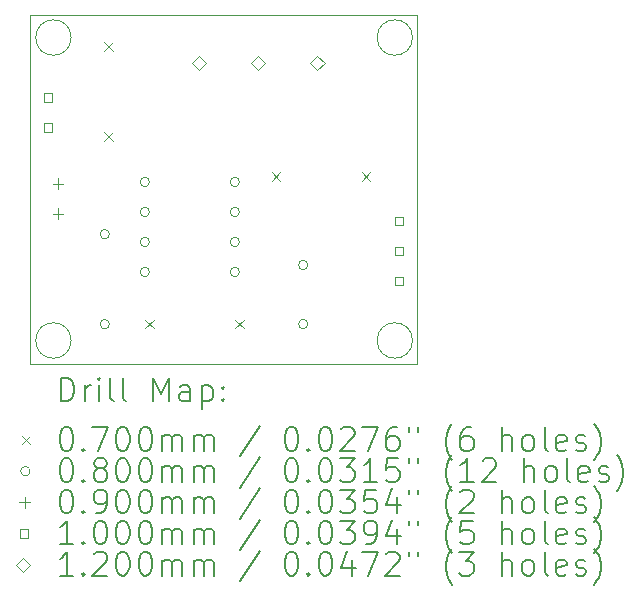
<source format=gbr>
%TF.GenerationSoftware,KiCad,Pcbnew,9.0.1*%
%TF.CreationDate,2025-08-18T15:29:17+05:00*%
%TF.ProjectId,servo_tester,73657276-6f5f-4746-9573-7465722e6b69,rev?*%
%TF.SameCoordinates,Original*%
%TF.FileFunction,Drillmap*%
%TF.FilePolarity,Positive*%
%FSLAX45Y45*%
G04 Gerber Fmt 4.5, Leading zero omitted, Abs format (unit mm)*
G04 Created by KiCad (PCBNEW 9.0.1) date 2025-08-18 15:29:17*
%MOMM*%
%LPD*%
G01*
G04 APERTURE LIST*
%ADD10C,0.050000*%
%ADD11C,0.200000*%
%ADD12C,0.100000*%
%ADD13C,0.120000*%
G04 APERTURE END LIST*
D10*
X13090000Y-7630000D02*
X16360000Y-7630000D01*
X16360000Y-10590000D01*
X13090000Y-10590000D01*
X13090000Y-7630000D01*
X13435000Y-7825000D02*
G75*
G02*
X13135000Y-7825000I-150000J0D01*
G01*
X13135000Y-7825000D02*
G75*
G02*
X13435000Y-7825000I150000J0D01*
G01*
X13435000Y-10390000D02*
G75*
G02*
X13135000Y-10390000I-150000J0D01*
G01*
X13135000Y-10390000D02*
G75*
G02*
X13435000Y-10390000I150000J0D01*
G01*
X16325000Y-10390000D02*
G75*
G02*
X16025000Y-10390000I-150000J0D01*
G01*
X16025000Y-10390000D02*
G75*
G02*
X16325000Y-10390000I150000J0D01*
G01*
X16325000Y-7825000D02*
G75*
G02*
X16025000Y-7825000I-150000J0D01*
G01*
X16025000Y-7825000D02*
G75*
G02*
X16325000Y-7825000I150000J0D01*
G01*
D11*
D12*
X13715000Y-7865000D02*
X13785000Y-7935000D01*
X13785000Y-7865000D02*
X13715000Y-7935000D01*
X13715000Y-8627000D02*
X13785000Y-8697000D01*
X13785000Y-8627000D02*
X13715000Y-8697000D01*
X14063000Y-10216000D02*
X14133000Y-10286000D01*
X14133000Y-10216000D02*
X14063000Y-10286000D01*
X14825000Y-10216000D02*
X14895000Y-10286000D01*
X14895000Y-10216000D02*
X14825000Y-10286000D01*
X15134000Y-8966000D02*
X15204000Y-9036000D01*
X15204000Y-8966000D02*
X15134000Y-9036000D01*
X15896000Y-8966000D02*
X15966000Y-9036000D01*
X15966000Y-8966000D02*
X15896000Y-9036000D01*
X13760000Y-9490000D02*
G75*
G02*
X13680000Y-9490000I-40000J0D01*
G01*
X13680000Y-9490000D02*
G75*
G02*
X13760000Y-9490000I40000J0D01*
G01*
X13760000Y-10252000D02*
G75*
G02*
X13680000Y-10252000I-40000J0D01*
G01*
X13680000Y-10252000D02*
G75*
G02*
X13760000Y-10252000I40000J0D01*
G01*
X14098000Y-9048000D02*
G75*
G02*
X14018000Y-9048000I-40000J0D01*
G01*
X14018000Y-9048000D02*
G75*
G02*
X14098000Y-9048000I40000J0D01*
G01*
X14098000Y-9302000D02*
G75*
G02*
X14018000Y-9302000I-40000J0D01*
G01*
X14018000Y-9302000D02*
G75*
G02*
X14098000Y-9302000I40000J0D01*
G01*
X14098000Y-9556000D02*
G75*
G02*
X14018000Y-9556000I-40000J0D01*
G01*
X14018000Y-9556000D02*
G75*
G02*
X14098000Y-9556000I40000J0D01*
G01*
X14098000Y-9810000D02*
G75*
G02*
X14018000Y-9810000I-40000J0D01*
G01*
X14018000Y-9810000D02*
G75*
G02*
X14098000Y-9810000I40000J0D01*
G01*
X14860000Y-9048000D02*
G75*
G02*
X14780000Y-9048000I-40000J0D01*
G01*
X14780000Y-9048000D02*
G75*
G02*
X14860000Y-9048000I40000J0D01*
G01*
X14860000Y-9302000D02*
G75*
G02*
X14780000Y-9302000I-40000J0D01*
G01*
X14780000Y-9302000D02*
G75*
G02*
X14860000Y-9302000I40000J0D01*
G01*
X14860000Y-9556000D02*
G75*
G02*
X14780000Y-9556000I-40000J0D01*
G01*
X14780000Y-9556000D02*
G75*
G02*
X14860000Y-9556000I40000J0D01*
G01*
X14860000Y-9810000D02*
G75*
G02*
X14780000Y-9810000I-40000J0D01*
G01*
X14780000Y-9810000D02*
G75*
G02*
X14860000Y-9810000I40000J0D01*
G01*
X15440000Y-9751000D02*
G75*
G02*
X15360000Y-9751000I-40000J0D01*
G01*
X15360000Y-9751000D02*
G75*
G02*
X15440000Y-9751000I40000J0D01*
G01*
X15440000Y-10251000D02*
G75*
G02*
X15360000Y-10251000I-40000J0D01*
G01*
X15360000Y-10251000D02*
G75*
G02*
X15440000Y-10251000I40000J0D01*
G01*
X13325000Y-9018000D02*
X13325000Y-9108000D01*
X13280000Y-9063000D02*
X13370000Y-9063000D01*
X13325000Y-9272000D02*
X13325000Y-9362000D01*
X13280000Y-9317000D02*
X13370000Y-9317000D01*
X13273856Y-8368856D02*
X13273856Y-8298144D01*
X13203144Y-8298144D01*
X13203144Y-8368856D01*
X13273856Y-8368856D01*
X13273856Y-8622856D02*
X13273856Y-8552144D01*
X13203144Y-8552144D01*
X13203144Y-8622856D01*
X13273856Y-8622856D01*
X16246856Y-9411356D02*
X16246856Y-9340644D01*
X16176144Y-9340644D01*
X16176144Y-9411356D01*
X16246856Y-9411356D01*
X16246856Y-9665356D02*
X16246856Y-9594644D01*
X16176144Y-9594644D01*
X16176144Y-9665356D01*
X16246856Y-9665356D01*
X16246856Y-9919356D02*
X16246856Y-9848644D01*
X16176144Y-9848644D01*
X16176144Y-9919356D01*
X16246856Y-9919356D01*
D13*
X14520000Y-8100000D02*
X14580000Y-8040000D01*
X14520000Y-7980000D01*
X14460000Y-8040000D01*
X14520000Y-8100000D01*
X15020000Y-8100000D02*
X15080000Y-8040000D01*
X15020000Y-7980000D01*
X14960000Y-8040000D01*
X15020000Y-8100000D01*
X15520000Y-8100000D02*
X15580000Y-8040000D01*
X15520000Y-7980000D01*
X15460000Y-8040000D01*
X15520000Y-8100000D01*
D11*
X13348277Y-10903984D02*
X13348277Y-10703984D01*
X13348277Y-10703984D02*
X13395896Y-10703984D01*
X13395896Y-10703984D02*
X13424467Y-10713508D01*
X13424467Y-10713508D02*
X13443515Y-10732555D01*
X13443515Y-10732555D02*
X13453039Y-10751603D01*
X13453039Y-10751603D02*
X13462562Y-10789698D01*
X13462562Y-10789698D02*
X13462562Y-10818270D01*
X13462562Y-10818270D02*
X13453039Y-10856365D01*
X13453039Y-10856365D02*
X13443515Y-10875412D01*
X13443515Y-10875412D02*
X13424467Y-10894460D01*
X13424467Y-10894460D02*
X13395896Y-10903984D01*
X13395896Y-10903984D02*
X13348277Y-10903984D01*
X13548277Y-10903984D02*
X13548277Y-10770650D01*
X13548277Y-10808746D02*
X13557801Y-10789698D01*
X13557801Y-10789698D02*
X13567324Y-10780174D01*
X13567324Y-10780174D02*
X13586372Y-10770650D01*
X13586372Y-10770650D02*
X13605420Y-10770650D01*
X13672086Y-10903984D02*
X13672086Y-10770650D01*
X13672086Y-10703984D02*
X13662562Y-10713508D01*
X13662562Y-10713508D02*
X13672086Y-10723031D01*
X13672086Y-10723031D02*
X13681610Y-10713508D01*
X13681610Y-10713508D02*
X13672086Y-10703984D01*
X13672086Y-10703984D02*
X13672086Y-10723031D01*
X13795896Y-10903984D02*
X13776848Y-10894460D01*
X13776848Y-10894460D02*
X13767324Y-10875412D01*
X13767324Y-10875412D02*
X13767324Y-10703984D01*
X13900658Y-10903984D02*
X13881610Y-10894460D01*
X13881610Y-10894460D02*
X13872086Y-10875412D01*
X13872086Y-10875412D02*
X13872086Y-10703984D01*
X14129229Y-10903984D02*
X14129229Y-10703984D01*
X14129229Y-10703984D02*
X14195896Y-10846841D01*
X14195896Y-10846841D02*
X14262562Y-10703984D01*
X14262562Y-10703984D02*
X14262562Y-10903984D01*
X14443515Y-10903984D02*
X14443515Y-10799222D01*
X14443515Y-10799222D02*
X14433991Y-10780174D01*
X14433991Y-10780174D02*
X14414943Y-10770650D01*
X14414943Y-10770650D02*
X14376848Y-10770650D01*
X14376848Y-10770650D02*
X14357801Y-10780174D01*
X14443515Y-10894460D02*
X14424467Y-10903984D01*
X14424467Y-10903984D02*
X14376848Y-10903984D01*
X14376848Y-10903984D02*
X14357801Y-10894460D01*
X14357801Y-10894460D02*
X14348277Y-10875412D01*
X14348277Y-10875412D02*
X14348277Y-10856365D01*
X14348277Y-10856365D02*
X14357801Y-10837317D01*
X14357801Y-10837317D02*
X14376848Y-10827793D01*
X14376848Y-10827793D02*
X14424467Y-10827793D01*
X14424467Y-10827793D02*
X14443515Y-10818270D01*
X14538753Y-10770650D02*
X14538753Y-10970650D01*
X14538753Y-10780174D02*
X14557801Y-10770650D01*
X14557801Y-10770650D02*
X14595896Y-10770650D01*
X14595896Y-10770650D02*
X14614943Y-10780174D01*
X14614943Y-10780174D02*
X14624467Y-10789698D01*
X14624467Y-10789698D02*
X14633991Y-10808746D01*
X14633991Y-10808746D02*
X14633991Y-10865889D01*
X14633991Y-10865889D02*
X14624467Y-10884936D01*
X14624467Y-10884936D02*
X14614943Y-10894460D01*
X14614943Y-10894460D02*
X14595896Y-10903984D01*
X14595896Y-10903984D02*
X14557801Y-10903984D01*
X14557801Y-10903984D02*
X14538753Y-10894460D01*
X14719705Y-10884936D02*
X14729229Y-10894460D01*
X14729229Y-10894460D02*
X14719705Y-10903984D01*
X14719705Y-10903984D02*
X14710182Y-10894460D01*
X14710182Y-10894460D02*
X14719705Y-10884936D01*
X14719705Y-10884936D02*
X14719705Y-10903984D01*
X14719705Y-10780174D02*
X14729229Y-10789698D01*
X14729229Y-10789698D02*
X14719705Y-10799222D01*
X14719705Y-10799222D02*
X14710182Y-10789698D01*
X14710182Y-10789698D02*
X14719705Y-10780174D01*
X14719705Y-10780174D02*
X14719705Y-10799222D01*
D12*
X13017500Y-11197500D02*
X13087500Y-11267500D01*
X13087500Y-11197500D02*
X13017500Y-11267500D01*
D11*
X13386372Y-11123984D02*
X13405420Y-11123984D01*
X13405420Y-11123984D02*
X13424467Y-11133508D01*
X13424467Y-11133508D02*
X13433991Y-11143031D01*
X13433991Y-11143031D02*
X13443515Y-11162079D01*
X13443515Y-11162079D02*
X13453039Y-11200174D01*
X13453039Y-11200174D02*
X13453039Y-11247793D01*
X13453039Y-11247793D02*
X13443515Y-11285888D01*
X13443515Y-11285888D02*
X13433991Y-11304936D01*
X13433991Y-11304936D02*
X13424467Y-11314460D01*
X13424467Y-11314460D02*
X13405420Y-11323984D01*
X13405420Y-11323984D02*
X13386372Y-11323984D01*
X13386372Y-11323984D02*
X13367324Y-11314460D01*
X13367324Y-11314460D02*
X13357801Y-11304936D01*
X13357801Y-11304936D02*
X13348277Y-11285888D01*
X13348277Y-11285888D02*
X13338753Y-11247793D01*
X13338753Y-11247793D02*
X13338753Y-11200174D01*
X13338753Y-11200174D02*
X13348277Y-11162079D01*
X13348277Y-11162079D02*
X13357801Y-11143031D01*
X13357801Y-11143031D02*
X13367324Y-11133508D01*
X13367324Y-11133508D02*
X13386372Y-11123984D01*
X13538753Y-11304936D02*
X13548277Y-11314460D01*
X13548277Y-11314460D02*
X13538753Y-11323984D01*
X13538753Y-11323984D02*
X13529229Y-11314460D01*
X13529229Y-11314460D02*
X13538753Y-11304936D01*
X13538753Y-11304936D02*
X13538753Y-11323984D01*
X13614943Y-11123984D02*
X13748277Y-11123984D01*
X13748277Y-11123984D02*
X13662562Y-11323984D01*
X13862562Y-11123984D02*
X13881610Y-11123984D01*
X13881610Y-11123984D02*
X13900658Y-11133508D01*
X13900658Y-11133508D02*
X13910182Y-11143031D01*
X13910182Y-11143031D02*
X13919705Y-11162079D01*
X13919705Y-11162079D02*
X13929229Y-11200174D01*
X13929229Y-11200174D02*
X13929229Y-11247793D01*
X13929229Y-11247793D02*
X13919705Y-11285888D01*
X13919705Y-11285888D02*
X13910182Y-11304936D01*
X13910182Y-11304936D02*
X13900658Y-11314460D01*
X13900658Y-11314460D02*
X13881610Y-11323984D01*
X13881610Y-11323984D02*
X13862562Y-11323984D01*
X13862562Y-11323984D02*
X13843515Y-11314460D01*
X13843515Y-11314460D02*
X13833991Y-11304936D01*
X13833991Y-11304936D02*
X13824467Y-11285888D01*
X13824467Y-11285888D02*
X13814943Y-11247793D01*
X13814943Y-11247793D02*
X13814943Y-11200174D01*
X13814943Y-11200174D02*
X13824467Y-11162079D01*
X13824467Y-11162079D02*
X13833991Y-11143031D01*
X13833991Y-11143031D02*
X13843515Y-11133508D01*
X13843515Y-11133508D02*
X13862562Y-11123984D01*
X14053039Y-11123984D02*
X14072086Y-11123984D01*
X14072086Y-11123984D02*
X14091134Y-11133508D01*
X14091134Y-11133508D02*
X14100658Y-11143031D01*
X14100658Y-11143031D02*
X14110182Y-11162079D01*
X14110182Y-11162079D02*
X14119705Y-11200174D01*
X14119705Y-11200174D02*
X14119705Y-11247793D01*
X14119705Y-11247793D02*
X14110182Y-11285888D01*
X14110182Y-11285888D02*
X14100658Y-11304936D01*
X14100658Y-11304936D02*
X14091134Y-11314460D01*
X14091134Y-11314460D02*
X14072086Y-11323984D01*
X14072086Y-11323984D02*
X14053039Y-11323984D01*
X14053039Y-11323984D02*
X14033991Y-11314460D01*
X14033991Y-11314460D02*
X14024467Y-11304936D01*
X14024467Y-11304936D02*
X14014943Y-11285888D01*
X14014943Y-11285888D02*
X14005420Y-11247793D01*
X14005420Y-11247793D02*
X14005420Y-11200174D01*
X14005420Y-11200174D02*
X14014943Y-11162079D01*
X14014943Y-11162079D02*
X14024467Y-11143031D01*
X14024467Y-11143031D02*
X14033991Y-11133508D01*
X14033991Y-11133508D02*
X14053039Y-11123984D01*
X14205420Y-11323984D02*
X14205420Y-11190650D01*
X14205420Y-11209698D02*
X14214943Y-11200174D01*
X14214943Y-11200174D02*
X14233991Y-11190650D01*
X14233991Y-11190650D02*
X14262563Y-11190650D01*
X14262563Y-11190650D02*
X14281610Y-11200174D01*
X14281610Y-11200174D02*
X14291134Y-11219222D01*
X14291134Y-11219222D02*
X14291134Y-11323984D01*
X14291134Y-11219222D02*
X14300658Y-11200174D01*
X14300658Y-11200174D02*
X14319705Y-11190650D01*
X14319705Y-11190650D02*
X14348277Y-11190650D01*
X14348277Y-11190650D02*
X14367324Y-11200174D01*
X14367324Y-11200174D02*
X14376848Y-11219222D01*
X14376848Y-11219222D02*
X14376848Y-11323984D01*
X14472086Y-11323984D02*
X14472086Y-11190650D01*
X14472086Y-11209698D02*
X14481610Y-11200174D01*
X14481610Y-11200174D02*
X14500658Y-11190650D01*
X14500658Y-11190650D02*
X14529229Y-11190650D01*
X14529229Y-11190650D02*
X14548277Y-11200174D01*
X14548277Y-11200174D02*
X14557801Y-11219222D01*
X14557801Y-11219222D02*
X14557801Y-11323984D01*
X14557801Y-11219222D02*
X14567324Y-11200174D01*
X14567324Y-11200174D02*
X14586372Y-11190650D01*
X14586372Y-11190650D02*
X14614943Y-11190650D01*
X14614943Y-11190650D02*
X14633991Y-11200174D01*
X14633991Y-11200174D02*
X14643515Y-11219222D01*
X14643515Y-11219222D02*
X14643515Y-11323984D01*
X15033991Y-11114460D02*
X14862563Y-11371603D01*
X15291134Y-11123984D02*
X15310182Y-11123984D01*
X15310182Y-11123984D02*
X15329229Y-11133508D01*
X15329229Y-11133508D02*
X15338753Y-11143031D01*
X15338753Y-11143031D02*
X15348277Y-11162079D01*
X15348277Y-11162079D02*
X15357801Y-11200174D01*
X15357801Y-11200174D02*
X15357801Y-11247793D01*
X15357801Y-11247793D02*
X15348277Y-11285888D01*
X15348277Y-11285888D02*
X15338753Y-11304936D01*
X15338753Y-11304936D02*
X15329229Y-11314460D01*
X15329229Y-11314460D02*
X15310182Y-11323984D01*
X15310182Y-11323984D02*
X15291134Y-11323984D01*
X15291134Y-11323984D02*
X15272086Y-11314460D01*
X15272086Y-11314460D02*
X15262563Y-11304936D01*
X15262563Y-11304936D02*
X15253039Y-11285888D01*
X15253039Y-11285888D02*
X15243515Y-11247793D01*
X15243515Y-11247793D02*
X15243515Y-11200174D01*
X15243515Y-11200174D02*
X15253039Y-11162079D01*
X15253039Y-11162079D02*
X15262563Y-11143031D01*
X15262563Y-11143031D02*
X15272086Y-11133508D01*
X15272086Y-11133508D02*
X15291134Y-11123984D01*
X15443515Y-11304936D02*
X15453039Y-11314460D01*
X15453039Y-11314460D02*
X15443515Y-11323984D01*
X15443515Y-11323984D02*
X15433991Y-11314460D01*
X15433991Y-11314460D02*
X15443515Y-11304936D01*
X15443515Y-11304936D02*
X15443515Y-11323984D01*
X15576848Y-11123984D02*
X15595896Y-11123984D01*
X15595896Y-11123984D02*
X15614944Y-11133508D01*
X15614944Y-11133508D02*
X15624467Y-11143031D01*
X15624467Y-11143031D02*
X15633991Y-11162079D01*
X15633991Y-11162079D02*
X15643515Y-11200174D01*
X15643515Y-11200174D02*
X15643515Y-11247793D01*
X15643515Y-11247793D02*
X15633991Y-11285888D01*
X15633991Y-11285888D02*
X15624467Y-11304936D01*
X15624467Y-11304936D02*
X15614944Y-11314460D01*
X15614944Y-11314460D02*
X15595896Y-11323984D01*
X15595896Y-11323984D02*
X15576848Y-11323984D01*
X15576848Y-11323984D02*
X15557801Y-11314460D01*
X15557801Y-11314460D02*
X15548277Y-11304936D01*
X15548277Y-11304936D02*
X15538753Y-11285888D01*
X15538753Y-11285888D02*
X15529229Y-11247793D01*
X15529229Y-11247793D02*
X15529229Y-11200174D01*
X15529229Y-11200174D02*
X15538753Y-11162079D01*
X15538753Y-11162079D02*
X15548277Y-11143031D01*
X15548277Y-11143031D02*
X15557801Y-11133508D01*
X15557801Y-11133508D02*
X15576848Y-11123984D01*
X15719706Y-11143031D02*
X15729229Y-11133508D01*
X15729229Y-11133508D02*
X15748277Y-11123984D01*
X15748277Y-11123984D02*
X15795896Y-11123984D01*
X15795896Y-11123984D02*
X15814944Y-11133508D01*
X15814944Y-11133508D02*
X15824467Y-11143031D01*
X15824467Y-11143031D02*
X15833991Y-11162079D01*
X15833991Y-11162079D02*
X15833991Y-11181127D01*
X15833991Y-11181127D02*
X15824467Y-11209698D01*
X15824467Y-11209698D02*
X15710182Y-11323984D01*
X15710182Y-11323984D02*
X15833991Y-11323984D01*
X15900658Y-11123984D02*
X16033991Y-11123984D01*
X16033991Y-11123984D02*
X15948277Y-11323984D01*
X16195896Y-11123984D02*
X16157801Y-11123984D01*
X16157801Y-11123984D02*
X16138753Y-11133508D01*
X16138753Y-11133508D02*
X16129229Y-11143031D01*
X16129229Y-11143031D02*
X16110182Y-11171603D01*
X16110182Y-11171603D02*
X16100658Y-11209698D01*
X16100658Y-11209698D02*
X16100658Y-11285888D01*
X16100658Y-11285888D02*
X16110182Y-11304936D01*
X16110182Y-11304936D02*
X16119706Y-11314460D01*
X16119706Y-11314460D02*
X16138753Y-11323984D01*
X16138753Y-11323984D02*
X16176848Y-11323984D01*
X16176848Y-11323984D02*
X16195896Y-11314460D01*
X16195896Y-11314460D02*
X16205420Y-11304936D01*
X16205420Y-11304936D02*
X16214944Y-11285888D01*
X16214944Y-11285888D02*
X16214944Y-11238269D01*
X16214944Y-11238269D02*
X16205420Y-11219222D01*
X16205420Y-11219222D02*
X16195896Y-11209698D01*
X16195896Y-11209698D02*
X16176848Y-11200174D01*
X16176848Y-11200174D02*
X16138753Y-11200174D01*
X16138753Y-11200174D02*
X16119706Y-11209698D01*
X16119706Y-11209698D02*
X16110182Y-11219222D01*
X16110182Y-11219222D02*
X16100658Y-11238269D01*
X16291134Y-11123984D02*
X16291134Y-11162079D01*
X16367325Y-11123984D02*
X16367325Y-11162079D01*
X16662563Y-11400174D02*
X16653039Y-11390650D01*
X16653039Y-11390650D02*
X16633991Y-11362079D01*
X16633991Y-11362079D02*
X16624468Y-11343031D01*
X16624468Y-11343031D02*
X16614944Y-11314460D01*
X16614944Y-11314460D02*
X16605420Y-11266841D01*
X16605420Y-11266841D02*
X16605420Y-11228746D01*
X16605420Y-11228746D02*
X16614944Y-11181127D01*
X16614944Y-11181127D02*
X16624468Y-11152555D01*
X16624468Y-11152555D02*
X16633991Y-11133508D01*
X16633991Y-11133508D02*
X16653039Y-11104936D01*
X16653039Y-11104936D02*
X16662563Y-11095412D01*
X16824468Y-11123984D02*
X16786372Y-11123984D01*
X16786372Y-11123984D02*
X16767325Y-11133508D01*
X16767325Y-11133508D02*
X16757801Y-11143031D01*
X16757801Y-11143031D02*
X16738753Y-11171603D01*
X16738753Y-11171603D02*
X16729229Y-11209698D01*
X16729229Y-11209698D02*
X16729229Y-11285888D01*
X16729229Y-11285888D02*
X16738753Y-11304936D01*
X16738753Y-11304936D02*
X16748277Y-11314460D01*
X16748277Y-11314460D02*
X16767325Y-11323984D01*
X16767325Y-11323984D02*
X16805420Y-11323984D01*
X16805420Y-11323984D02*
X16824468Y-11314460D01*
X16824468Y-11314460D02*
X16833991Y-11304936D01*
X16833991Y-11304936D02*
X16843515Y-11285888D01*
X16843515Y-11285888D02*
X16843515Y-11238269D01*
X16843515Y-11238269D02*
X16833991Y-11219222D01*
X16833991Y-11219222D02*
X16824468Y-11209698D01*
X16824468Y-11209698D02*
X16805420Y-11200174D01*
X16805420Y-11200174D02*
X16767325Y-11200174D01*
X16767325Y-11200174D02*
X16748277Y-11209698D01*
X16748277Y-11209698D02*
X16738753Y-11219222D01*
X16738753Y-11219222D02*
X16729229Y-11238269D01*
X17081611Y-11323984D02*
X17081611Y-11123984D01*
X17167325Y-11323984D02*
X17167325Y-11219222D01*
X17167325Y-11219222D02*
X17157801Y-11200174D01*
X17157801Y-11200174D02*
X17138753Y-11190650D01*
X17138753Y-11190650D02*
X17110182Y-11190650D01*
X17110182Y-11190650D02*
X17091134Y-11200174D01*
X17091134Y-11200174D02*
X17081611Y-11209698D01*
X17291134Y-11323984D02*
X17272087Y-11314460D01*
X17272087Y-11314460D02*
X17262563Y-11304936D01*
X17262563Y-11304936D02*
X17253039Y-11285888D01*
X17253039Y-11285888D02*
X17253039Y-11228746D01*
X17253039Y-11228746D02*
X17262563Y-11209698D01*
X17262563Y-11209698D02*
X17272087Y-11200174D01*
X17272087Y-11200174D02*
X17291134Y-11190650D01*
X17291134Y-11190650D02*
X17319706Y-11190650D01*
X17319706Y-11190650D02*
X17338753Y-11200174D01*
X17338753Y-11200174D02*
X17348277Y-11209698D01*
X17348277Y-11209698D02*
X17357801Y-11228746D01*
X17357801Y-11228746D02*
X17357801Y-11285888D01*
X17357801Y-11285888D02*
X17348277Y-11304936D01*
X17348277Y-11304936D02*
X17338753Y-11314460D01*
X17338753Y-11314460D02*
X17319706Y-11323984D01*
X17319706Y-11323984D02*
X17291134Y-11323984D01*
X17472087Y-11323984D02*
X17453039Y-11314460D01*
X17453039Y-11314460D02*
X17443515Y-11295412D01*
X17443515Y-11295412D02*
X17443515Y-11123984D01*
X17624468Y-11314460D02*
X17605420Y-11323984D01*
X17605420Y-11323984D02*
X17567325Y-11323984D01*
X17567325Y-11323984D02*
X17548277Y-11314460D01*
X17548277Y-11314460D02*
X17538753Y-11295412D01*
X17538753Y-11295412D02*
X17538753Y-11219222D01*
X17538753Y-11219222D02*
X17548277Y-11200174D01*
X17548277Y-11200174D02*
X17567325Y-11190650D01*
X17567325Y-11190650D02*
X17605420Y-11190650D01*
X17605420Y-11190650D02*
X17624468Y-11200174D01*
X17624468Y-11200174D02*
X17633992Y-11219222D01*
X17633992Y-11219222D02*
X17633992Y-11238269D01*
X17633992Y-11238269D02*
X17538753Y-11257317D01*
X17710182Y-11314460D02*
X17729230Y-11323984D01*
X17729230Y-11323984D02*
X17767325Y-11323984D01*
X17767325Y-11323984D02*
X17786373Y-11314460D01*
X17786373Y-11314460D02*
X17795896Y-11295412D01*
X17795896Y-11295412D02*
X17795896Y-11285888D01*
X17795896Y-11285888D02*
X17786373Y-11266841D01*
X17786373Y-11266841D02*
X17767325Y-11257317D01*
X17767325Y-11257317D02*
X17738753Y-11257317D01*
X17738753Y-11257317D02*
X17719706Y-11247793D01*
X17719706Y-11247793D02*
X17710182Y-11228746D01*
X17710182Y-11228746D02*
X17710182Y-11219222D01*
X17710182Y-11219222D02*
X17719706Y-11200174D01*
X17719706Y-11200174D02*
X17738753Y-11190650D01*
X17738753Y-11190650D02*
X17767325Y-11190650D01*
X17767325Y-11190650D02*
X17786373Y-11200174D01*
X17862563Y-11400174D02*
X17872087Y-11390650D01*
X17872087Y-11390650D02*
X17891134Y-11362079D01*
X17891134Y-11362079D02*
X17900658Y-11343031D01*
X17900658Y-11343031D02*
X17910182Y-11314460D01*
X17910182Y-11314460D02*
X17919706Y-11266841D01*
X17919706Y-11266841D02*
X17919706Y-11228746D01*
X17919706Y-11228746D02*
X17910182Y-11181127D01*
X17910182Y-11181127D02*
X17900658Y-11152555D01*
X17900658Y-11152555D02*
X17891134Y-11133508D01*
X17891134Y-11133508D02*
X17872087Y-11104936D01*
X17872087Y-11104936D02*
X17862563Y-11095412D01*
D12*
X13087500Y-11496500D02*
G75*
G02*
X13007500Y-11496500I-40000J0D01*
G01*
X13007500Y-11496500D02*
G75*
G02*
X13087500Y-11496500I40000J0D01*
G01*
D11*
X13386372Y-11387984D02*
X13405420Y-11387984D01*
X13405420Y-11387984D02*
X13424467Y-11397508D01*
X13424467Y-11397508D02*
X13433991Y-11407031D01*
X13433991Y-11407031D02*
X13443515Y-11426079D01*
X13443515Y-11426079D02*
X13453039Y-11464174D01*
X13453039Y-11464174D02*
X13453039Y-11511793D01*
X13453039Y-11511793D02*
X13443515Y-11549888D01*
X13443515Y-11549888D02*
X13433991Y-11568936D01*
X13433991Y-11568936D02*
X13424467Y-11578460D01*
X13424467Y-11578460D02*
X13405420Y-11587984D01*
X13405420Y-11587984D02*
X13386372Y-11587984D01*
X13386372Y-11587984D02*
X13367324Y-11578460D01*
X13367324Y-11578460D02*
X13357801Y-11568936D01*
X13357801Y-11568936D02*
X13348277Y-11549888D01*
X13348277Y-11549888D02*
X13338753Y-11511793D01*
X13338753Y-11511793D02*
X13338753Y-11464174D01*
X13338753Y-11464174D02*
X13348277Y-11426079D01*
X13348277Y-11426079D02*
X13357801Y-11407031D01*
X13357801Y-11407031D02*
X13367324Y-11397508D01*
X13367324Y-11397508D02*
X13386372Y-11387984D01*
X13538753Y-11568936D02*
X13548277Y-11578460D01*
X13548277Y-11578460D02*
X13538753Y-11587984D01*
X13538753Y-11587984D02*
X13529229Y-11578460D01*
X13529229Y-11578460D02*
X13538753Y-11568936D01*
X13538753Y-11568936D02*
X13538753Y-11587984D01*
X13662562Y-11473698D02*
X13643515Y-11464174D01*
X13643515Y-11464174D02*
X13633991Y-11454650D01*
X13633991Y-11454650D02*
X13624467Y-11435603D01*
X13624467Y-11435603D02*
X13624467Y-11426079D01*
X13624467Y-11426079D02*
X13633991Y-11407031D01*
X13633991Y-11407031D02*
X13643515Y-11397508D01*
X13643515Y-11397508D02*
X13662562Y-11387984D01*
X13662562Y-11387984D02*
X13700658Y-11387984D01*
X13700658Y-11387984D02*
X13719705Y-11397508D01*
X13719705Y-11397508D02*
X13729229Y-11407031D01*
X13729229Y-11407031D02*
X13738753Y-11426079D01*
X13738753Y-11426079D02*
X13738753Y-11435603D01*
X13738753Y-11435603D02*
X13729229Y-11454650D01*
X13729229Y-11454650D02*
X13719705Y-11464174D01*
X13719705Y-11464174D02*
X13700658Y-11473698D01*
X13700658Y-11473698D02*
X13662562Y-11473698D01*
X13662562Y-11473698D02*
X13643515Y-11483222D01*
X13643515Y-11483222D02*
X13633991Y-11492746D01*
X13633991Y-11492746D02*
X13624467Y-11511793D01*
X13624467Y-11511793D02*
X13624467Y-11549888D01*
X13624467Y-11549888D02*
X13633991Y-11568936D01*
X13633991Y-11568936D02*
X13643515Y-11578460D01*
X13643515Y-11578460D02*
X13662562Y-11587984D01*
X13662562Y-11587984D02*
X13700658Y-11587984D01*
X13700658Y-11587984D02*
X13719705Y-11578460D01*
X13719705Y-11578460D02*
X13729229Y-11568936D01*
X13729229Y-11568936D02*
X13738753Y-11549888D01*
X13738753Y-11549888D02*
X13738753Y-11511793D01*
X13738753Y-11511793D02*
X13729229Y-11492746D01*
X13729229Y-11492746D02*
X13719705Y-11483222D01*
X13719705Y-11483222D02*
X13700658Y-11473698D01*
X13862562Y-11387984D02*
X13881610Y-11387984D01*
X13881610Y-11387984D02*
X13900658Y-11397508D01*
X13900658Y-11397508D02*
X13910182Y-11407031D01*
X13910182Y-11407031D02*
X13919705Y-11426079D01*
X13919705Y-11426079D02*
X13929229Y-11464174D01*
X13929229Y-11464174D02*
X13929229Y-11511793D01*
X13929229Y-11511793D02*
X13919705Y-11549888D01*
X13919705Y-11549888D02*
X13910182Y-11568936D01*
X13910182Y-11568936D02*
X13900658Y-11578460D01*
X13900658Y-11578460D02*
X13881610Y-11587984D01*
X13881610Y-11587984D02*
X13862562Y-11587984D01*
X13862562Y-11587984D02*
X13843515Y-11578460D01*
X13843515Y-11578460D02*
X13833991Y-11568936D01*
X13833991Y-11568936D02*
X13824467Y-11549888D01*
X13824467Y-11549888D02*
X13814943Y-11511793D01*
X13814943Y-11511793D02*
X13814943Y-11464174D01*
X13814943Y-11464174D02*
X13824467Y-11426079D01*
X13824467Y-11426079D02*
X13833991Y-11407031D01*
X13833991Y-11407031D02*
X13843515Y-11397508D01*
X13843515Y-11397508D02*
X13862562Y-11387984D01*
X14053039Y-11387984D02*
X14072086Y-11387984D01*
X14072086Y-11387984D02*
X14091134Y-11397508D01*
X14091134Y-11397508D02*
X14100658Y-11407031D01*
X14100658Y-11407031D02*
X14110182Y-11426079D01*
X14110182Y-11426079D02*
X14119705Y-11464174D01*
X14119705Y-11464174D02*
X14119705Y-11511793D01*
X14119705Y-11511793D02*
X14110182Y-11549888D01*
X14110182Y-11549888D02*
X14100658Y-11568936D01*
X14100658Y-11568936D02*
X14091134Y-11578460D01*
X14091134Y-11578460D02*
X14072086Y-11587984D01*
X14072086Y-11587984D02*
X14053039Y-11587984D01*
X14053039Y-11587984D02*
X14033991Y-11578460D01*
X14033991Y-11578460D02*
X14024467Y-11568936D01*
X14024467Y-11568936D02*
X14014943Y-11549888D01*
X14014943Y-11549888D02*
X14005420Y-11511793D01*
X14005420Y-11511793D02*
X14005420Y-11464174D01*
X14005420Y-11464174D02*
X14014943Y-11426079D01*
X14014943Y-11426079D02*
X14024467Y-11407031D01*
X14024467Y-11407031D02*
X14033991Y-11397508D01*
X14033991Y-11397508D02*
X14053039Y-11387984D01*
X14205420Y-11587984D02*
X14205420Y-11454650D01*
X14205420Y-11473698D02*
X14214943Y-11464174D01*
X14214943Y-11464174D02*
X14233991Y-11454650D01*
X14233991Y-11454650D02*
X14262563Y-11454650D01*
X14262563Y-11454650D02*
X14281610Y-11464174D01*
X14281610Y-11464174D02*
X14291134Y-11483222D01*
X14291134Y-11483222D02*
X14291134Y-11587984D01*
X14291134Y-11483222D02*
X14300658Y-11464174D01*
X14300658Y-11464174D02*
X14319705Y-11454650D01*
X14319705Y-11454650D02*
X14348277Y-11454650D01*
X14348277Y-11454650D02*
X14367324Y-11464174D01*
X14367324Y-11464174D02*
X14376848Y-11483222D01*
X14376848Y-11483222D02*
X14376848Y-11587984D01*
X14472086Y-11587984D02*
X14472086Y-11454650D01*
X14472086Y-11473698D02*
X14481610Y-11464174D01*
X14481610Y-11464174D02*
X14500658Y-11454650D01*
X14500658Y-11454650D02*
X14529229Y-11454650D01*
X14529229Y-11454650D02*
X14548277Y-11464174D01*
X14548277Y-11464174D02*
X14557801Y-11483222D01*
X14557801Y-11483222D02*
X14557801Y-11587984D01*
X14557801Y-11483222D02*
X14567324Y-11464174D01*
X14567324Y-11464174D02*
X14586372Y-11454650D01*
X14586372Y-11454650D02*
X14614943Y-11454650D01*
X14614943Y-11454650D02*
X14633991Y-11464174D01*
X14633991Y-11464174D02*
X14643515Y-11483222D01*
X14643515Y-11483222D02*
X14643515Y-11587984D01*
X15033991Y-11378460D02*
X14862563Y-11635603D01*
X15291134Y-11387984D02*
X15310182Y-11387984D01*
X15310182Y-11387984D02*
X15329229Y-11397508D01*
X15329229Y-11397508D02*
X15338753Y-11407031D01*
X15338753Y-11407031D02*
X15348277Y-11426079D01*
X15348277Y-11426079D02*
X15357801Y-11464174D01*
X15357801Y-11464174D02*
X15357801Y-11511793D01*
X15357801Y-11511793D02*
X15348277Y-11549888D01*
X15348277Y-11549888D02*
X15338753Y-11568936D01*
X15338753Y-11568936D02*
X15329229Y-11578460D01*
X15329229Y-11578460D02*
X15310182Y-11587984D01*
X15310182Y-11587984D02*
X15291134Y-11587984D01*
X15291134Y-11587984D02*
X15272086Y-11578460D01*
X15272086Y-11578460D02*
X15262563Y-11568936D01*
X15262563Y-11568936D02*
X15253039Y-11549888D01*
X15253039Y-11549888D02*
X15243515Y-11511793D01*
X15243515Y-11511793D02*
X15243515Y-11464174D01*
X15243515Y-11464174D02*
X15253039Y-11426079D01*
X15253039Y-11426079D02*
X15262563Y-11407031D01*
X15262563Y-11407031D02*
X15272086Y-11397508D01*
X15272086Y-11397508D02*
X15291134Y-11387984D01*
X15443515Y-11568936D02*
X15453039Y-11578460D01*
X15453039Y-11578460D02*
X15443515Y-11587984D01*
X15443515Y-11587984D02*
X15433991Y-11578460D01*
X15433991Y-11578460D02*
X15443515Y-11568936D01*
X15443515Y-11568936D02*
X15443515Y-11587984D01*
X15576848Y-11387984D02*
X15595896Y-11387984D01*
X15595896Y-11387984D02*
X15614944Y-11397508D01*
X15614944Y-11397508D02*
X15624467Y-11407031D01*
X15624467Y-11407031D02*
X15633991Y-11426079D01*
X15633991Y-11426079D02*
X15643515Y-11464174D01*
X15643515Y-11464174D02*
X15643515Y-11511793D01*
X15643515Y-11511793D02*
X15633991Y-11549888D01*
X15633991Y-11549888D02*
X15624467Y-11568936D01*
X15624467Y-11568936D02*
X15614944Y-11578460D01*
X15614944Y-11578460D02*
X15595896Y-11587984D01*
X15595896Y-11587984D02*
X15576848Y-11587984D01*
X15576848Y-11587984D02*
X15557801Y-11578460D01*
X15557801Y-11578460D02*
X15548277Y-11568936D01*
X15548277Y-11568936D02*
X15538753Y-11549888D01*
X15538753Y-11549888D02*
X15529229Y-11511793D01*
X15529229Y-11511793D02*
X15529229Y-11464174D01*
X15529229Y-11464174D02*
X15538753Y-11426079D01*
X15538753Y-11426079D02*
X15548277Y-11407031D01*
X15548277Y-11407031D02*
X15557801Y-11397508D01*
X15557801Y-11397508D02*
X15576848Y-11387984D01*
X15710182Y-11387984D02*
X15833991Y-11387984D01*
X15833991Y-11387984D02*
X15767325Y-11464174D01*
X15767325Y-11464174D02*
X15795896Y-11464174D01*
X15795896Y-11464174D02*
X15814944Y-11473698D01*
X15814944Y-11473698D02*
X15824467Y-11483222D01*
X15824467Y-11483222D02*
X15833991Y-11502269D01*
X15833991Y-11502269D02*
X15833991Y-11549888D01*
X15833991Y-11549888D02*
X15824467Y-11568936D01*
X15824467Y-11568936D02*
X15814944Y-11578460D01*
X15814944Y-11578460D02*
X15795896Y-11587984D01*
X15795896Y-11587984D02*
X15738753Y-11587984D01*
X15738753Y-11587984D02*
X15719706Y-11578460D01*
X15719706Y-11578460D02*
X15710182Y-11568936D01*
X16024467Y-11587984D02*
X15910182Y-11587984D01*
X15967325Y-11587984D02*
X15967325Y-11387984D01*
X15967325Y-11387984D02*
X15948277Y-11416555D01*
X15948277Y-11416555D02*
X15929229Y-11435603D01*
X15929229Y-11435603D02*
X15910182Y-11445127D01*
X16205420Y-11387984D02*
X16110182Y-11387984D01*
X16110182Y-11387984D02*
X16100658Y-11483222D01*
X16100658Y-11483222D02*
X16110182Y-11473698D01*
X16110182Y-11473698D02*
X16129229Y-11464174D01*
X16129229Y-11464174D02*
X16176848Y-11464174D01*
X16176848Y-11464174D02*
X16195896Y-11473698D01*
X16195896Y-11473698D02*
X16205420Y-11483222D01*
X16205420Y-11483222D02*
X16214944Y-11502269D01*
X16214944Y-11502269D02*
X16214944Y-11549888D01*
X16214944Y-11549888D02*
X16205420Y-11568936D01*
X16205420Y-11568936D02*
X16195896Y-11578460D01*
X16195896Y-11578460D02*
X16176848Y-11587984D01*
X16176848Y-11587984D02*
X16129229Y-11587984D01*
X16129229Y-11587984D02*
X16110182Y-11578460D01*
X16110182Y-11578460D02*
X16100658Y-11568936D01*
X16291134Y-11387984D02*
X16291134Y-11426079D01*
X16367325Y-11387984D02*
X16367325Y-11426079D01*
X16662563Y-11664174D02*
X16653039Y-11654650D01*
X16653039Y-11654650D02*
X16633991Y-11626079D01*
X16633991Y-11626079D02*
X16624468Y-11607031D01*
X16624468Y-11607031D02*
X16614944Y-11578460D01*
X16614944Y-11578460D02*
X16605420Y-11530841D01*
X16605420Y-11530841D02*
X16605420Y-11492746D01*
X16605420Y-11492746D02*
X16614944Y-11445127D01*
X16614944Y-11445127D02*
X16624468Y-11416555D01*
X16624468Y-11416555D02*
X16633991Y-11397508D01*
X16633991Y-11397508D02*
X16653039Y-11368936D01*
X16653039Y-11368936D02*
X16662563Y-11359412D01*
X16843515Y-11587984D02*
X16729229Y-11587984D01*
X16786372Y-11587984D02*
X16786372Y-11387984D01*
X16786372Y-11387984D02*
X16767325Y-11416555D01*
X16767325Y-11416555D02*
X16748277Y-11435603D01*
X16748277Y-11435603D02*
X16729229Y-11445127D01*
X16919706Y-11407031D02*
X16929230Y-11397508D01*
X16929230Y-11397508D02*
X16948277Y-11387984D01*
X16948277Y-11387984D02*
X16995896Y-11387984D01*
X16995896Y-11387984D02*
X17014944Y-11397508D01*
X17014944Y-11397508D02*
X17024468Y-11407031D01*
X17024468Y-11407031D02*
X17033991Y-11426079D01*
X17033991Y-11426079D02*
X17033991Y-11445127D01*
X17033991Y-11445127D02*
X17024468Y-11473698D01*
X17024468Y-11473698D02*
X16910182Y-11587984D01*
X16910182Y-11587984D02*
X17033991Y-11587984D01*
X17272087Y-11587984D02*
X17272087Y-11387984D01*
X17357801Y-11587984D02*
X17357801Y-11483222D01*
X17357801Y-11483222D02*
X17348277Y-11464174D01*
X17348277Y-11464174D02*
X17329230Y-11454650D01*
X17329230Y-11454650D02*
X17300658Y-11454650D01*
X17300658Y-11454650D02*
X17281611Y-11464174D01*
X17281611Y-11464174D02*
X17272087Y-11473698D01*
X17481611Y-11587984D02*
X17462563Y-11578460D01*
X17462563Y-11578460D02*
X17453039Y-11568936D01*
X17453039Y-11568936D02*
X17443515Y-11549888D01*
X17443515Y-11549888D02*
X17443515Y-11492746D01*
X17443515Y-11492746D02*
X17453039Y-11473698D01*
X17453039Y-11473698D02*
X17462563Y-11464174D01*
X17462563Y-11464174D02*
X17481611Y-11454650D01*
X17481611Y-11454650D02*
X17510182Y-11454650D01*
X17510182Y-11454650D02*
X17529230Y-11464174D01*
X17529230Y-11464174D02*
X17538753Y-11473698D01*
X17538753Y-11473698D02*
X17548277Y-11492746D01*
X17548277Y-11492746D02*
X17548277Y-11549888D01*
X17548277Y-11549888D02*
X17538753Y-11568936D01*
X17538753Y-11568936D02*
X17529230Y-11578460D01*
X17529230Y-11578460D02*
X17510182Y-11587984D01*
X17510182Y-11587984D02*
X17481611Y-11587984D01*
X17662563Y-11587984D02*
X17643515Y-11578460D01*
X17643515Y-11578460D02*
X17633992Y-11559412D01*
X17633992Y-11559412D02*
X17633992Y-11387984D01*
X17814944Y-11578460D02*
X17795896Y-11587984D01*
X17795896Y-11587984D02*
X17757801Y-11587984D01*
X17757801Y-11587984D02*
X17738753Y-11578460D01*
X17738753Y-11578460D02*
X17729230Y-11559412D01*
X17729230Y-11559412D02*
X17729230Y-11483222D01*
X17729230Y-11483222D02*
X17738753Y-11464174D01*
X17738753Y-11464174D02*
X17757801Y-11454650D01*
X17757801Y-11454650D02*
X17795896Y-11454650D01*
X17795896Y-11454650D02*
X17814944Y-11464174D01*
X17814944Y-11464174D02*
X17824468Y-11483222D01*
X17824468Y-11483222D02*
X17824468Y-11502269D01*
X17824468Y-11502269D02*
X17729230Y-11521317D01*
X17900658Y-11578460D02*
X17919706Y-11587984D01*
X17919706Y-11587984D02*
X17957801Y-11587984D01*
X17957801Y-11587984D02*
X17976849Y-11578460D01*
X17976849Y-11578460D02*
X17986373Y-11559412D01*
X17986373Y-11559412D02*
X17986373Y-11549888D01*
X17986373Y-11549888D02*
X17976849Y-11530841D01*
X17976849Y-11530841D02*
X17957801Y-11521317D01*
X17957801Y-11521317D02*
X17929230Y-11521317D01*
X17929230Y-11521317D02*
X17910182Y-11511793D01*
X17910182Y-11511793D02*
X17900658Y-11492746D01*
X17900658Y-11492746D02*
X17900658Y-11483222D01*
X17900658Y-11483222D02*
X17910182Y-11464174D01*
X17910182Y-11464174D02*
X17929230Y-11454650D01*
X17929230Y-11454650D02*
X17957801Y-11454650D01*
X17957801Y-11454650D02*
X17976849Y-11464174D01*
X18053039Y-11664174D02*
X18062563Y-11654650D01*
X18062563Y-11654650D02*
X18081611Y-11626079D01*
X18081611Y-11626079D02*
X18091134Y-11607031D01*
X18091134Y-11607031D02*
X18100658Y-11578460D01*
X18100658Y-11578460D02*
X18110182Y-11530841D01*
X18110182Y-11530841D02*
X18110182Y-11492746D01*
X18110182Y-11492746D02*
X18100658Y-11445127D01*
X18100658Y-11445127D02*
X18091134Y-11416555D01*
X18091134Y-11416555D02*
X18081611Y-11397508D01*
X18081611Y-11397508D02*
X18062563Y-11368936D01*
X18062563Y-11368936D02*
X18053039Y-11359412D01*
D12*
X13042500Y-11715500D02*
X13042500Y-11805500D01*
X12997500Y-11760500D02*
X13087500Y-11760500D01*
D11*
X13386372Y-11651984D02*
X13405420Y-11651984D01*
X13405420Y-11651984D02*
X13424467Y-11661508D01*
X13424467Y-11661508D02*
X13433991Y-11671031D01*
X13433991Y-11671031D02*
X13443515Y-11690079D01*
X13443515Y-11690079D02*
X13453039Y-11728174D01*
X13453039Y-11728174D02*
X13453039Y-11775793D01*
X13453039Y-11775793D02*
X13443515Y-11813888D01*
X13443515Y-11813888D02*
X13433991Y-11832936D01*
X13433991Y-11832936D02*
X13424467Y-11842460D01*
X13424467Y-11842460D02*
X13405420Y-11851984D01*
X13405420Y-11851984D02*
X13386372Y-11851984D01*
X13386372Y-11851984D02*
X13367324Y-11842460D01*
X13367324Y-11842460D02*
X13357801Y-11832936D01*
X13357801Y-11832936D02*
X13348277Y-11813888D01*
X13348277Y-11813888D02*
X13338753Y-11775793D01*
X13338753Y-11775793D02*
X13338753Y-11728174D01*
X13338753Y-11728174D02*
X13348277Y-11690079D01*
X13348277Y-11690079D02*
X13357801Y-11671031D01*
X13357801Y-11671031D02*
X13367324Y-11661508D01*
X13367324Y-11661508D02*
X13386372Y-11651984D01*
X13538753Y-11832936D02*
X13548277Y-11842460D01*
X13548277Y-11842460D02*
X13538753Y-11851984D01*
X13538753Y-11851984D02*
X13529229Y-11842460D01*
X13529229Y-11842460D02*
X13538753Y-11832936D01*
X13538753Y-11832936D02*
X13538753Y-11851984D01*
X13643515Y-11851984D02*
X13681610Y-11851984D01*
X13681610Y-11851984D02*
X13700658Y-11842460D01*
X13700658Y-11842460D02*
X13710182Y-11832936D01*
X13710182Y-11832936D02*
X13729229Y-11804365D01*
X13729229Y-11804365D02*
X13738753Y-11766269D01*
X13738753Y-11766269D02*
X13738753Y-11690079D01*
X13738753Y-11690079D02*
X13729229Y-11671031D01*
X13729229Y-11671031D02*
X13719705Y-11661508D01*
X13719705Y-11661508D02*
X13700658Y-11651984D01*
X13700658Y-11651984D02*
X13662562Y-11651984D01*
X13662562Y-11651984D02*
X13643515Y-11661508D01*
X13643515Y-11661508D02*
X13633991Y-11671031D01*
X13633991Y-11671031D02*
X13624467Y-11690079D01*
X13624467Y-11690079D02*
X13624467Y-11737698D01*
X13624467Y-11737698D02*
X13633991Y-11756746D01*
X13633991Y-11756746D02*
X13643515Y-11766269D01*
X13643515Y-11766269D02*
X13662562Y-11775793D01*
X13662562Y-11775793D02*
X13700658Y-11775793D01*
X13700658Y-11775793D02*
X13719705Y-11766269D01*
X13719705Y-11766269D02*
X13729229Y-11756746D01*
X13729229Y-11756746D02*
X13738753Y-11737698D01*
X13862562Y-11651984D02*
X13881610Y-11651984D01*
X13881610Y-11651984D02*
X13900658Y-11661508D01*
X13900658Y-11661508D02*
X13910182Y-11671031D01*
X13910182Y-11671031D02*
X13919705Y-11690079D01*
X13919705Y-11690079D02*
X13929229Y-11728174D01*
X13929229Y-11728174D02*
X13929229Y-11775793D01*
X13929229Y-11775793D02*
X13919705Y-11813888D01*
X13919705Y-11813888D02*
X13910182Y-11832936D01*
X13910182Y-11832936D02*
X13900658Y-11842460D01*
X13900658Y-11842460D02*
X13881610Y-11851984D01*
X13881610Y-11851984D02*
X13862562Y-11851984D01*
X13862562Y-11851984D02*
X13843515Y-11842460D01*
X13843515Y-11842460D02*
X13833991Y-11832936D01*
X13833991Y-11832936D02*
X13824467Y-11813888D01*
X13824467Y-11813888D02*
X13814943Y-11775793D01*
X13814943Y-11775793D02*
X13814943Y-11728174D01*
X13814943Y-11728174D02*
X13824467Y-11690079D01*
X13824467Y-11690079D02*
X13833991Y-11671031D01*
X13833991Y-11671031D02*
X13843515Y-11661508D01*
X13843515Y-11661508D02*
X13862562Y-11651984D01*
X14053039Y-11651984D02*
X14072086Y-11651984D01*
X14072086Y-11651984D02*
X14091134Y-11661508D01*
X14091134Y-11661508D02*
X14100658Y-11671031D01*
X14100658Y-11671031D02*
X14110182Y-11690079D01*
X14110182Y-11690079D02*
X14119705Y-11728174D01*
X14119705Y-11728174D02*
X14119705Y-11775793D01*
X14119705Y-11775793D02*
X14110182Y-11813888D01*
X14110182Y-11813888D02*
X14100658Y-11832936D01*
X14100658Y-11832936D02*
X14091134Y-11842460D01*
X14091134Y-11842460D02*
X14072086Y-11851984D01*
X14072086Y-11851984D02*
X14053039Y-11851984D01*
X14053039Y-11851984D02*
X14033991Y-11842460D01*
X14033991Y-11842460D02*
X14024467Y-11832936D01*
X14024467Y-11832936D02*
X14014943Y-11813888D01*
X14014943Y-11813888D02*
X14005420Y-11775793D01*
X14005420Y-11775793D02*
X14005420Y-11728174D01*
X14005420Y-11728174D02*
X14014943Y-11690079D01*
X14014943Y-11690079D02*
X14024467Y-11671031D01*
X14024467Y-11671031D02*
X14033991Y-11661508D01*
X14033991Y-11661508D02*
X14053039Y-11651984D01*
X14205420Y-11851984D02*
X14205420Y-11718650D01*
X14205420Y-11737698D02*
X14214943Y-11728174D01*
X14214943Y-11728174D02*
X14233991Y-11718650D01*
X14233991Y-11718650D02*
X14262563Y-11718650D01*
X14262563Y-11718650D02*
X14281610Y-11728174D01*
X14281610Y-11728174D02*
X14291134Y-11747222D01*
X14291134Y-11747222D02*
X14291134Y-11851984D01*
X14291134Y-11747222D02*
X14300658Y-11728174D01*
X14300658Y-11728174D02*
X14319705Y-11718650D01*
X14319705Y-11718650D02*
X14348277Y-11718650D01*
X14348277Y-11718650D02*
X14367324Y-11728174D01*
X14367324Y-11728174D02*
X14376848Y-11747222D01*
X14376848Y-11747222D02*
X14376848Y-11851984D01*
X14472086Y-11851984D02*
X14472086Y-11718650D01*
X14472086Y-11737698D02*
X14481610Y-11728174D01*
X14481610Y-11728174D02*
X14500658Y-11718650D01*
X14500658Y-11718650D02*
X14529229Y-11718650D01*
X14529229Y-11718650D02*
X14548277Y-11728174D01*
X14548277Y-11728174D02*
X14557801Y-11747222D01*
X14557801Y-11747222D02*
X14557801Y-11851984D01*
X14557801Y-11747222D02*
X14567324Y-11728174D01*
X14567324Y-11728174D02*
X14586372Y-11718650D01*
X14586372Y-11718650D02*
X14614943Y-11718650D01*
X14614943Y-11718650D02*
X14633991Y-11728174D01*
X14633991Y-11728174D02*
X14643515Y-11747222D01*
X14643515Y-11747222D02*
X14643515Y-11851984D01*
X15033991Y-11642460D02*
X14862563Y-11899603D01*
X15291134Y-11651984D02*
X15310182Y-11651984D01*
X15310182Y-11651984D02*
X15329229Y-11661508D01*
X15329229Y-11661508D02*
X15338753Y-11671031D01*
X15338753Y-11671031D02*
X15348277Y-11690079D01*
X15348277Y-11690079D02*
X15357801Y-11728174D01*
X15357801Y-11728174D02*
X15357801Y-11775793D01*
X15357801Y-11775793D02*
X15348277Y-11813888D01*
X15348277Y-11813888D02*
X15338753Y-11832936D01*
X15338753Y-11832936D02*
X15329229Y-11842460D01*
X15329229Y-11842460D02*
X15310182Y-11851984D01*
X15310182Y-11851984D02*
X15291134Y-11851984D01*
X15291134Y-11851984D02*
X15272086Y-11842460D01*
X15272086Y-11842460D02*
X15262563Y-11832936D01*
X15262563Y-11832936D02*
X15253039Y-11813888D01*
X15253039Y-11813888D02*
X15243515Y-11775793D01*
X15243515Y-11775793D02*
X15243515Y-11728174D01*
X15243515Y-11728174D02*
X15253039Y-11690079D01*
X15253039Y-11690079D02*
X15262563Y-11671031D01*
X15262563Y-11671031D02*
X15272086Y-11661508D01*
X15272086Y-11661508D02*
X15291134Y-11651984D01*
X15443515Y-11832936D02*
X15453039Y-11842460D01*
X15453039Y-11842460D02*
X15443515Y-11851984D01*
X15443515Y-11851984D02*
X15433991Y-11842460D01*
X15433991Y-11842460D02*
X15443515Y-11832936D01*
X15443515Y-11832936D02*
X15443515Y-11851984D01*
X15576848Y-11651984D02*
X15595896Y-11651984D01*
X15595896Y-11651984D02*
X15614944Y-11661508D01*
X15614944Y-11661508D02*
X15624467Y-11671031D01*
X15624467Y-11671031D02*
X15633991Y-11690079D01*
X15633991Y-11690079D02*
X15643515Y-11728174D01*
X15643515Y-11728174D02*
X15643515Y-11775793D01*
X15643515Y-11775793D02*
X15633991Y-11813888D01*
X15633991Y-11813888D02*
X15624467Y-11832936D01*
X15624467Y-11832936D02*
X15614944Y-11842460D01*
X15614944Y-11842460D02*
X15595896Y-11851984D01*
X15595896Y-11851984D02*
X15576848Y-11851984D01*
X15576848Y-11851984D02*
X15557801Y-11842460D01*
X15557801Y-11842460D02*
X15548277Y-11832936D01*
X15548277Y-11832936D02*
X15538753Y-11813888D01*
X15538753Y-11813888D02*
X15529229Y-11775793D01*
X15529229Y-11775793D02*
X15529229Y-11728174D01*
X15529229Y-11728174D02*
X15538753Y-11690079D01*
X15538753Y-11690079D02*
X15548277Y-11671031D01*
X15548277Y-11671031D02*
X15557801Y-11661508D01*
X15557801Y-11661508D02*
X15576848Y-11651984D01*
X15710182Y-11651984D02*
X15833991Y-11651984D01*
X15833991Y-11651984D02*
X15767325Y-11728174D01*
X15767325Y-11728174D02*
X15795896Y-11728174D01*
X15795896Y-11728174D02*
X15814944Y-11737698D01*
X15814944Y-11737698D02*
X15824467Y-11747222D01*
X15824467Y-11747222D02*
X15833991Y-11766269D01*
X15833991Y-11766269D02*
X15833991Y-11813888D01*
X15833991Y-11813888D02*
X15824467Y-11832936D01*
X15824467Y-11832936D02*
X15814944Y-11842460D01*
X15814944Y-11842460D02*
X15795896Y-11851984D01*
X15795896Y-11851984D02*
X15738753Y-11851984D01*
X15738753Y-11851984D02*
X15719706Y-11842460D01*
X15719706Y-11842460D02*
X15710182Y-11832936D01*
X16014944Y-11651984D02*
X15919706Y-11651984D01*
X15919706Y-11651984D02*
X15910182Y-11747222D01*
X15910182Y-11747222D02*
X15919706Y-11737698D01*
X15919706Y-11737698D02*
X15938753Y-11728174D01*
X15938753Y-11728174D02*
X15986372Y-11728174D01*
X15986372Y-11728174D02*
X16005420Y-11737698D01*
X16005420Y-11737698D02*
X16014944Y-11747222D01*
X16014944Y-11747222D02*
X16024467Y-11766269D01*
X16024467Y-11766269D02*
X16024467Y-11813888D01*
X16024467Y-11813888D02*
X16014944Y-11832936D01*
X16014944Y-11832936D02*
X16005420Y-11842460D01*
X16005420Y-11842460D02*
X15986372Y-11851984D01*
X15986372Y-11851984D02*
X15938753Y-11851984D01*
X15938753Y-11851984D02*
X15919706Y-11842460D01*
X15919706Y-11842460D02*
X15910182Y-11832936D01*
X16195896Y-11718650D02*
X16195896Y-11851984D01*
X16148277Y-11642460D02*
X16100658Y-11785317D01*
X16100658Y-11785317D02*
X16224467Y-11785317D01*
X16291134Y-11651984D02*
X16291134Y-11690079D01*
X16367325Y-11651984D02*
X16367325Y-11690079D01*
X16662563Y-11928174D02*
X16653039Y-11918650D01*
X16653039Y-11918650D02*
X16633991Y-11890079D01*
X16633991Y-11890079D02*
X16624468Y-11871031D01*
X16624468Y-11871031D02*
X16614944Y-11842460D01*
X16614944Y-11842460D02*
X16605420Y-11794841D01*
X16605420Y-11794841D02*
X16605420Y-11756746D01*
X16605420Y-11756746D02*
X16614944Y-11709127D01*
X16614944Y-11709127D02*
X16624468Y-11680555D01*
X16624468Y-11680555D02*
X16633991Y-11661508D01*
X16633991Y-11661508D02*
X16653039Y-11632936D01*
X16653039Y-11632936D02*
X16662563Y-11623412D01*
X16729229Y-11671031D02*
X16738753Y-11661508D01*
X16738753Y-11661508D02*
X16757801Y-11651984D01*
X16757801Y-11651984D02*
X16805420Y-11651984D01*
X16805420Y-11651984D02*
X16824468Y-11661508D01*
X16824468Y-11661508D02*
X16833991Y-11671031D01*
X16833991Y-11671031D02*
X16843515Y-11690079D01*
X16843515Y-11690079D02*
X16843515Y-11709127D01*
X16843515Y-11709127D02*
X16833991Y-11737698D01*
X16833991Y-11737698D02*
X16719706Y-11851984D01*
X16719706Y-11851984D02*
X16843515Y-11851984D01*
X17081611Y-11851984D02*
X17081611Y-11651984D01*
X17167325Y-11851984D02*
X17167325Y-11747222D01*
X17167325Y-11747222D02*
X17157801Y-11728174D01*
X17157801Y-11728174D02*
X17138753Y-11718650D01*
X17138753Y-11718650D02*
X17110182Y-11718650D01*
X17110182Y-11718650D02*
X17091134Y-11728174D01*
X17091134Y-11728174D02*
X17081611Y-11737698D01*
X17291134Y-11851984D02*
X17272087Y-11842460D01*
X17272087Y-11842460D02*
X17262563Y-11832936D01*
X17262563Y-11832936D02*
X17253039Y-11813888D01*
X17253039Y-11813888D02*
X17253039Y-11756746D01*
X17253039Y-11756746D02*
X17262563Y-11737698D01*
X17262563Y-11737698D02*
X17272087Y-11728174D01*
X17272087Y-11728174D02*
X17291134Y-11718650D01*
X17291134Y-11718650D02*
X17319706Y-11718650D01*
X17319706Y-11718650D02*
X17338753Y-11728174D01*
X17338753Y-11728174D02*
X17348277Y-11737698D01*
X17348277Y-11737698D02*
X17357801Y-11756746D01*
X17357801Y-11756746D02*
X17357801Y-11813888D01*
X17357801Y-11813888D02*
X17348277Y-11832936D01*
X17348277Y-11832936D02*
X17338753Y-11842460D01*
X17338753Y-11842460D02*
X17319706Y-11851984D01*
X17319706Y-11851984D02*
X17291134Y-11851984D01*
X17472087Y-11851984D02*
X17453039Y-11842460D01*
X17453039Y-11842460D02*
X17443515Y-11823412D01*
X17443515Y-11823412D02*
X17443515Y-11651984D01*
X17624468Y-11842460D02*
X17605420Y-11851984D01*
X17605420Y-11851984D02*
X17567325Y-11851984D01*
X17567325Y-11851984D02*
X17548277Y-11842460D01*
X17548277Y-11842460D02*
X17538753Y-11823412D01*
X17538753Y-11823412D02*
X17538753Y-11747222D01*
X17538753Y-11747222D02*
X17548277Y-11728174D01*
X17548277Y-11728174D02*
X17567325Y-11718650D01*
X17567325Y-11718650D02*
X17605420Y-11718650D01*
X17605420Y-11718650D02*
X17624468Y-11728174D01*
X17624468Y-11728174D02*
X17633992Y-11747222D01*
X17633992Y-11747222D02*
X17633992Y-11766269D01*
X17633992Y-11766269D02*
X17538753Y-11785317D01*
X17710182Y-11842460D02*
X17729230Y-11851984D01*
X17729230Y-11851984D02*
X17767325Y-11851984D01*
X17767325Y-11851984D02*
X17786373Y-11842460D01*
X17786373Y-11842460D02*
X17795896Y-11823412D01*
X17795896Y-11823412D02*
X17795896Y-11813888D01*
X17795896Y-11813888D02*
X17786373Y-11794841D01*
X17786373Y-11794841D02*
X17767325Y-11785317D01*
X17767325Y-11785317D02*
X17738753Y-11785317D01*
X17738753Y-11785317D02*
X17719706Y-11775793D01*
X17719706Y-11775793D02*
X17710182Y-11756746D01*
X17710182Y-11756746D02*
X17710182Y-11747222D01*
X17710182Y-11747222D02*
X17719706Y-11728174D01*
X17719706Y-11728174D02*
X17738753Y-11718650D01*
X17738753Y-11718650D02*
X17767325Y-11718650D01*
X17767325Y-11718650D02*
X17786373Y-11728174D01*
X17862563Y-11928174D02*
X17872087Y-11918650D01*
X17872087Y-11918650D02*
X17891134Y-11890079D01*
X17891134Y-11890079D02*
X17900658Y-11871031D01*
X17900658Y-11871031D02*
X17910182Y-11842460D01*
X17910182Y-11842460D02*
X17919706Y-11794841D01*
X17919706Y-11794841D02*
X17919706Y-11756746D01*
X17919706Y-11756746D02*
X17910182Y-11709127D01*
X17910182Y-11709127D02*
X17900658Y-11680555D01*
X17900658Y-11680555D02*
X17891134Y-11661508D01*
X17891134Y-11661508D02*
X17872087Y-11632936D01*
X17872087Y-11632936D02*
X17862563Y-11623412D01*
D12*
X13072856Y-12059856D02*
X13072856Y-11989144D01*
X13002144Y-11989144D01*
X13002144Y-12059856D01*
X13072856Y-12059856D01*
D11*
X13453039Y-12115984D02*
X13338753Y-12115984D01*
X13395896Y-12115984D02*
X13395896Y-11915984D01*
X13395896Y-11915984D02*
X13376848Y-11944555D01*
X13376848Y-11944555D02*
X13357801Y-11963603D01*
X13357801Y-11963603D02*
X13338753Y-11973127D01*
X13538753Y-12096936D02*
X13548277Y-12106460D01*
X13548277Y-12106460D02*
X13538753Y-12115984D01*
X13538753Y-12115984D02*
X13529229Y-12106460D01*
X13529229Y-12106460D02*
X13538753Y-12096936D01*
X13538753Y-12096936D02*
X13538753Y-12115984D01*
X13672086Y-11915984D02*
X13691134Y-11915984D01*
X13691134Y-11915984D02*
X13710182Y-11925508D01*
X13710182Y-11925508D02*
X13719705Y-11935031D01*
X13719705Y-11935031D02*
X13729229Y-11954079D01*
X13729229Y-11954079D02*
X13738753Y-11992174D01*
X13738753Y-11992174D02*
X13738753Y-12039793D01*
X13738753Y-12039793D02*
X13729229Y-12077888D01*
X13729229Y-12077888D02*
X13719705Y-12096936D01*
X13719705Y-12096936D02*
X13710182Y-12106460D01*
X13710182Y-12106460D02*
X13691134Y-12115984D01*
X13691134Y-12115984D02*
X13672086Y-12115984D01*
X13672086Y-12115984D02*
X13653039Y-12106460D01*
X13653039Y-12106460D02*
X13643515Y-12096936D01*
X13643515Y-12096936D02*
X13633991Y-12077888D01*
X13633991Y-12077888D02*
X13624467Y-12039793D01*
X13624467Y-12039793D02*
X13624467Y-11992174D01*
X13624467Y-11992174D02*
X13633991Y-11954079D01*
X13633991Y-11954079D02*
X13643515Y-11935031D01*
X13643515Y-11935031D02*
X13653039Y-11925508D01*
X13653039Y-11925508D02*
X13672086Y-11915984D01*
X13862562Y-11915984D02*
X13881610Y-11915984D01*
X13881610Y-11915984D02*
X13900658Y-11925508D01*
X13900658Y-11925508D02*
X13910182Y-11935031D01*
X13910182Y-11935031D02*
X13919705Y-11954079D01*
X13919705Y-11954079D02*
X13929229Y-11992174D01*
X13929229Y-11992174D02*
X13929229Y-12039793D01*
X13929229Y-12039793D02*
X13919705Y-12077888D01*
X13919705Y-12077888D02*
X13910182Y-12096936D01*
X13910182Y-12096936D02*
X13900658Y-12106460D01*
X13900658Y-12106460D02*
X13881610Y-12115984D01*
X13881610Y-12115984D02*
X13862562Y-12115984D01*
X13862562Y-12115984D02*
X13843515Y-12106460D01*
X13843515Y-12106460D02*
X13833991Y-12096936D01*
X13833991Y-12096936D02*
X13824467Y-12077888D01*
X13824467Y-12077888D02*
X13814943Y-12039793D01*
X13814943Y-12039793D02*
X13814943Y-11992174D01*
X13814943Y-11992174D02*
X13824467Y-11954079D01*
X13824467Y-11954079D02*
X13833991Y-11935031D01*
X13833991Y-11935031D02*
X13843515Y-11925508D01*
X13843515Y-11925508D02*
X13862562Y-11915984D01*
X14053039Y-11915984D02*
X14072086Y-11915984D01*
X14072086Y-11915984D02*
X14091134Y-11925508D01*
X14091134Y-11925508D02*
X14100658Y-11935031D01*
X14100658Y-11935031D02*
X14110182Y-11954079D01*
X14110182Y-11954079D02*
X14119705Y-11992174D01*
X14119705Y-11992174D02*
X14119705Y-12039793D01*
X14119705Y-12039793D02*
X14110182Y-12077888D01*
X14110182Y-12077888D02*
X14100658Y-12096936D01*
X14100658Y-12096936D02*
X14091134Y-12106460D01*
X14091134Y-12106460D02*
X14072086Y-12115984D01*
X14072086Y-12115984D02*
X14053039Y-12115984D01*
X14053039Y-12115984D02*
X14033991Y-12106460D01*
X14033991Y-12106460D02*
X14024467Y-12096936D01*
X14024467Y-12096936D02*
X14014943Y-12077888D01*
X14014943Y-12077888D02*
X14005420Y-12039793D01*
X14005420Y-12039793D02*
X14005420Y-11992174D01*
X14005420Y-11992174D02*
X14014943Y-11954079D01*
X14014943Y-11954079D02*
X14024467Y-11935031D01*
X14024467Y-11935031D02*
X14033991Y-11925508D01*
X14033991Y-11925508D02*
X14053039Y-11915984D01*
X14205420Y-12115984D02*
X14205420Y-11982650D01*
X14205420Y-12001698D02*
X14214943Y-11992174D01*
X14214943Y-11992174D02*
X14233991Y-11982650D01*
X14233991Y-11982650D02*
X14262563Y-11982650D01*
X14262563Y-11982650D02*
X14281610Y-11992174D01*
X14281610Y-11992174D02*
X14291134Y-12011222D01*
X14291134Y-12011222D02*
X14291134Y-12115984D01*
X14291134Y-12011222D02*
X14300658Y-11992174D01*
X14300658Y-11992174D02*
X14319705Y-11982650D01*
X14319705Y-11982650D02*
X14348277Y-11982650D01*
X14348277Y-11982650D02*
X14367324Y-11992174D01*
X14367324Y-11992174D02*
X14376848Y-12011222D01*
X14376848Y-12011222D02*
X14376848Y-12115984D01*
X14472086Y-12115984D02*
X14472086Y-11982650D01*
X14472086Y-12001698D02*
X14481610Y-11992174D01*
X14481610Y-11992174D02*
X14500658Y-11982650D01*
X14500658Y-11982650D02*
X14529229Y-11982650D01*
X14529229Y-11982650D02*
X14548277Y-11992174D01*
X14548277Y-11992174D02*
X14557801Y-12011222D01*
X14557801Y-12011222D02*
X14557801Y-12115984D01*
X14557801Y-12011222D02*
X14567324Y-11992174D01*
X14567324Y-11992174D02*
X14586372Y-11982650D01*
X14586372Y-11982650D02*
X14614943Y-11982650D01*
X14614943Y-11982650D02*
X14633991Y-11992174D01*
X14633991Y-11992174D02*
X14643515Y-12011222D01*
X14643515Y-12011222D02*
X14643515Y-12115984D01*
X15033991Y-11906460D02*
X14862563Y-12163603D01*
X15291134Y-11915984D02*
X15310182Y-11915984D01*
X15310182Y-11915984D02*
X15329229Y-11925508D01*
X15329229Y-11925508D02*
X15338753Y-11935031D01*
X15338753Y-11935031D02*
X15348277Y-11954079D01*
X15348277Y-11954079D02*
X15357801Y-11992174D01*
X15357801Y-11992174D02*
X15357801Y-12039793D01*
X15357801Y-12039793D02*
X15348277Y-12077888D01*
X15348277Y-12077888D02*
X15338753Y-12096936D01*
X15338753Y-12096936D02*
X15329229Y-12106460D01*
X15329229Y-12106460D02*
X15310182Y-12115984D01*
X15310182Y-12115984D02*
X15291134Y-12115984D01*
X15291134Y-12115984D02*
X15272086Y-12106460D01*
X15272086Y-12106460D02*
X15262563Y-12096936D01*
X15262563Y-12096936D02*
X15253039Y-12077888D01*
X15253039Y-12077888D02*
X15243515Y-12039793D01*
X15243515Y-12039793D02*
X15243515Y-11992174D01*
X15243515Y-11992174D02*
X15253039Y-11954079D01*
X15253039Y-11954079D02*
X15262563Y-11935031D01*
X15262563Y-11935031D02*
X15272086Y-11925508D01*
X15272086Y-11925508D02*
X15291134Y-11915984D01*
X15443515Y-12096936D02*
X15453039Y-12106460D01*
X15453039Y-12106460D02*
X15443515Y-12115984D01*
X15443515Y-12115984D02*
X15433991Y-12106460D01*
X15433991Y-12106460D02*
X15443515Y-12096936D01*
X15443515Y-12096936D02*
X15443515Y-12115984D01*
X15576848Y-11915984D02*
X15595896Y-11915984D01*
X15595896Y-11915984D02*
X15614944Y-11925508D01*
X15614944Y-11925508D02*
X15624467Y-11935031D01*
X15624467Y-11935031D02*
X15633991Y-11954079D01*
X15633991Y-11954079D02*
X15643515Y-11992174D01*
X15643515Y-11992174D02*
X15643515Y-12039793D01*
X15643515Y-12039793D02*
X15633991Y-12077888D01*
X15633991Y-12077888D02*
X15624467Y-12096936D01*
X15624467Y-12096936D02*
X15614944Y-12106460D01*
X15614944Y-12106460D02*
X15595896Y-12115984D01*
X15595896Y-12115984D02*
X15576848Y-12115984D01*
X15576848Y-12115984D02*
X15557801Y-12106460D01*
X15557801Y-12106460D02*
X15548277Y-12096936D01*
X15548277Y-12096936D02*
X15538753Y-12077888D01*
X15538753Y-12077888D02*
X15529229Y-12039793D01*
X15529229Y-12039793D02*
X15529229Y-11992174D01*
X15529229Y-11992174D02*
X15538753Y-11954079D01*
X15538753Y-11954079D02*
X15548277Y-11935031D01*
X15548277Y-11935031D02*
X15557801Y-11925508D01*
X15557801Y-11925508D02*
X15576848Y-11915984D01*
X15710182Y-11915984D02*
X15833991Y-11915984D01*
X15833991Y-11915984D02*
X15767325Y-11992174D01*
X15767325Y-11992174D02*
X15795896Y-11992174D01*
X15795896Y-11992174D02*
X15814944Y-12001698D01*
X15814944Y-12001698D02*
X15824467Y-12011222D01*
X15824467Y-12011222D02*
X15833991Y-12030269D01*
X15833991Y-12030269D02*
X15833991Y-12077888D01*
X15833991Y-12077888D02*
X15824467Y-12096936D01*
X15824467Y-12096936D02*
X15814944Y-12106460D01*
X15814944Y-12106460D02*
X15795896Y-12115984D01*
X15795896Y-12115984D02*
X15738753Y-12115984D01*
X15738753Y-12115984D02*
X15719706Y-12106460D01*
X15719706Y-12106460D02*
X15710182Y-12096936D01*
X15929229Y-12115984D02*
X15967325Y-12115984D01*
X15967325Y-12115984D02*
X15986372Y-12106460D01*
X15986372Y-12106460D02*
X15995896Y-12096936D01*
X15995896Y-12096936D02*
X16014944Y-12068365D01*
X16014944Y-12068365D02*
X16024467Y-12030269D01*
X16024467Y-12030269D02*
X16024467Y-11954079D01*
X16024467Y-11954079D02*
X16014944Y-11935031D01*
X16014944Y-11935031D02*
X16005420Y-11925508D01*
X16005420Y-11925508D02*
X15986372Y-11915984D01*
X15986372Y-11915984D02*
X15948277Y-11915984D01*
X15948277Y-11915984D02*
X15929229Y-11925508D01*
X15929229Y-11925508D02*
X15919706Y-11935031D01*
X15919706Y-11935031D02*
X15910182Y-11954079D01*
X15910182Y-11954079D02*
X15910182Y-12001698D01*
X15910182Y-12001698D02*
X15919706Y-12020746D01*
X15919706Y-12020746D02*
X15929229Y-12030269D01*
X15929229Y-12030269D02*
X15948277Y-12039793D01*
X15948277Y-12039793D02*
X15986372Y-12039793D01*
X15986372Y-12039793D02*
X16005420Y-12030269D01*
X16005420Y-12030269D02*
X16014944Y-12020746D01*
X16014944Y-12020746D02*
X16024467Y-12001698D01*
X16195896Y-11982650D02*
X16195896Y-12115984D01*
X16148277Y-11906460D02*
X16100658Y-12049317D01*
X16100658Y-12049317D02*
X16224467Y-12049317D01*
X16291134Y-11915984D02*
X16291134Y-11954079D01*
X16367325Y-11915984D02*
X16367325Y-11954079D01*
X16662563Y-12192174D02*
X16653039Y-12182650D01*
X16653039Y-12182650D02*
X16633991Y-12154079D01*
X16633991Y-12154079D02*
X16624468Y-12135031D01*
X16624468Y-12135031D02*
X16614944Y-12106460D01*
X16614944Y-12106460D02*
X16605420Y-12058841D01*
X16605420Y-12058841D02*
X16605420Y-12020746D01*
X16605420Y-12020746D02*
X16614944Y-11973127D01*
X16614944Y-11973127D02*
X16624468Y-11944555D01*
X16624468Y-11944555D02*
X16633991Y-11925508D01*
X16633991Y-11925508D02*
X16653039Y-11896936D01*
X16653039Y-11896936D02*
X16662563Y-11887412D01*
X16833991Y-11915984D02*
X16738753Y-11915984D01*
X16738753Y-11915984D02*
X16729229Y-12011222D01*
X16729229Y-12011222D02*
X16738753Y-12001698D01*
X16738753Y-12001698D02*
X16757801Y-11992174D01*
X16757801Y-11992174D02*
X16805420Y-11992174D01*
X16805420Y-11992174D02*
X16824468Y-12001698D01*
X16824468Y-12001698D02*
X16833991Y-12011222D01*
X16833991Y-12011222D02*
X16843515Y-12030269D01*
X16843515Y-12030269D02*
X16843515Y-12077888D01*
X16843515Y-12077888D02*
X16833991Y-12096936D01*
X16833991Y-12096936D02*
X16824468Y-12106460D01*
X16824468Y-12106460D02*
X16805420Y-12115984D01*
X16805420Y-12115984D02*
X16757801Y-12115984D01*
X16757801Y-12115984D02*
X16738753Y-12106460D01*
X16738753Y-12106460D02*
X16729229Y-12096936D01*
X17081611Y-12115984D02*
X17081611Y-11915984D01*
X17167325Y-12115984D02*
X17167325Y-12011222D01*
X17167325Y-12011222D02*
X17157801Y-11992174D01*
X17157801Y-11992174D02*
X17138753Y-11982650D01*
X17138753Y-11982650D02*
X17110182Y-11982650D01*
X17110182Y-11982650D02*
X17091134Y-11992174D01*
X17091134Y-11992174D02*
X17081611Y-12001698D01*
X17291134Y-12115984D02*
X17272087Y-12106460D01*
X17272087Y-12106460D02*
X17262563Y-12096936D01*
X17262563Y-12096936D02*
X17253039Y-12077888D01*
X17253039Y-12077888D02*
X17253039Y-12020746D01*
X17253039Y-12020746D02*
X17262563Y-12001698D01*
X17262563Y-12001698D02*
X17272087Y-11992174D01*
X17272087Y-11992174D02*
X17291134Y-11982650D01*
X17291134Y-11982650D02*
X17319706Y-11982650D01*
X17319706Y-11982650D02*
X17338753Y-11992174D01*
X17338753Y-11992174D02*
X17348277Y-12001698D01*
X17348277Y-12001698D02*
X17357801Y-12020746D01*
X17357801Y-12020746D02*
X17357801Y-12077888D01*
X17357801Y-12077888D02*
X17348277Y-12096936D01*
X17348277Y-12096936D02*
X17338753Y-12106460D01*
X17338753Y-12106460D02*
X17319706Y-12115984D01*
X17319706Y-12115984D02*
X17291134Y-12115984D01*
X17472087Y-12115984D02*
X17453039Y-12106460D01*
X17453039Y-12106460D02*
X17443515Y-12087412D01*
X17443515Y-12087412D02*
X17443515Y-11915984D01*
X17624468Y-12106460D02*
X17605420Y-12115984D01*
X17605420Y-12115984D02*
X17567325Y-12115984D01*
X17567325Y-12115984D02*
X17548277Y-12106460D01*
X17548277Y-12106460D02*
X17538753Y-12087412D01*
X17538753Y-12087412D02*
X17538753Y-12011222D01*
X17538753Y-12011222D02*
X17548277Y-11992174D01*
X17548277Y-11992174D02*
X17567325Y-11982650D01*
X17567325Y-11982650D02*
X17605420Y-11982650D01*
X17605420Y-11982650D02*
X17624468Y-11992174D01*
X17624468Y-11992174D02*
X17633992Y-12011222D01*
X17633992Y-12011222D02*
X17633992Y-12030269D01*
X17633992Y-12030269D02*
X17538753Y-12049317D01*
X17710182Y-12106460D02*
X17729230Y-12115984D01*
X17729230Y-12115984D02*
X17767325Y-12115984D01*
X17767325Y-12115984D02*
X17786373Y-12106460D01*
X17786373Y-12106460D02*
X17795896Y-12087412D01*
X17795896Y-12087412D02*
X17795896Y-12077888D01*
X17795896Y-12077888D02*
X17786373Y-12058841D01*
X17786373Y-12058841D02*
X17767325Y-12049317D01*
X17767325Y-12049317D02*
X17738753Y-12049317D01*
X17738753Y-12049317D02*
X17719706Y-12039793D01*
X17719706Y-12039793D02*
X17710182Y-12020746D01*
X17710182Y-12020746D02*
X17710182Y-12011222D01*
X17710182Y-12011222D02*
X17719706Y-11992174D01*
X17719706Y-11992174D02*
X17738753Y-11982650D01*
X17738753Y-11982650D02*
X17767325Y-11982650D01*
X17767325Y-11982650D02*
X17786373Y-11992174D01*
X17862563Y-12192174D02*
X17872087Y-12182650D01*
X17872087Y-12182650D02*
X17891134Y-12154079D01*
X17891134Y-12154079D02*
X17900658Y-12135031D01*
X17900658Y-12135031D02*
X17910182Y-12106460D01*
X17910182Y-12106460D02*
X17919706Y-12058841D01*
X17919706Y-12058841D02*
X17919706Y-12020746D01*
X17919706Y-12020746D02*
X17910182Y-11973127D01*
X17910182Y-11973127D02*
X17900658Y-11944555D01*
X17900658Y-11944555D02*
X17891134Y-11925508D01*
X17891134Y-11925508D02*
X17872087Y-11896936D01*
X17872087Y-11896936D02*
X17862563Y-11887412D01*
D13*
X13027500Y-12348500D02*
X13087500Y-12288500D01*
X13027500Y-12228500D01*
X12967500Y-12288500D01*
X13027500Y-12348500D01*
D11*
X13453039Y-12379984D02*
X13338753Y-12379984D01*
X13395896Y-12379984D02*
X13395896Y-12179984D01*
X13395896Y-12179984D02*
X13376848Y-12208555D01*
X13376848Y-12208555D02*
X13357801Y-12227603D01*
X13357801Y-12227603D02*
X13338753Y-12237127D01*
X13538753Y-12360936D02*
X13548277Y-12370460D01*
X13548277Y-12370460D02*
X13538753Y-12379984D01*
X13538753Y-12379984D02*
X13529229Y-12370460D01*
X13529229Y-12370460D02*
X13538753Y-12360936D01*
X13538753Y-12360936D02*
X13538753Y-12379984D01*
X13624467Y-12199031D02*
X13633991Y-12189508D01*
X13633991Y-12189508D02*
X13653039Y-12179984D01*
X13653039Y-12179984D02*
X13700658Y-12179984D01*
X13700658Y-12179984D02*
X13719705Y-12189508D01*
X13719705Y-12189508D02*
X13729229Y-12199031D01*
X13729229Y-12199031D02*
X13738753Y-12218079D01*
X13738753Y-12218079D02*
X13738753Y-12237127D01*
X13738753Y-12237127D02*
X13729229Y-12265698D01*
X13729229Y-12265698D02*
X13614943Y-12379984D01*
X13614943Y-12379984D02*
X13738753Y-12379984D01*
X13862562Y-12179984D02*
X13881610Y-12179984D01*
X13881610Y-12179984D02*
X13900658Y-12189508D01*
X13900658Y-12189508D02*
X13910182Y-12199031D01*
X13910182Y-12199031D02*
X13919705Y-12218079D01*
X13919705Y-12218079D02*
X13929229Y-12256174D01*
X13929229Y-12256174D02*
X13929229Y-12303793D01*
X13929229Y-12303793D02*
X13919705Y-12341888D01*
X13919705Y-12341888D02*
X13910182Y-12360936D01*
X13910182Y-12360936D02*
X13900658Y-12370460D01*
X13900658Y-12370460D02*
X13881610Y-12379984D01*
X13881610Y-12379984D02*
X13862562Y-12379984D01*
X13862562Y-12379984D02*
X13843515Y-12370460D01*
X13843515Y-12370460D02*
X13833991Y-12360936D01*
X13833991Y-12360936D02*
X13824467Y-12341888D01*
X13824467Y-12341888D02*
X13814943Y-12303793D01*
X13814943Y-12303793D02*
X13814943Y-12256174D01*
X13814943Y-12256174D02*
X13824467Y-12218079D01*
X13824467Y-12218079D02*
X13833991Y-12199031D01*
X13833991Y-12199031D02*
X13843515Y-12189508D01*
X13843515Y-12189508D02*
X13862562Y-12179984D01*
X14053039Y-12179984D02*
X14072086Y-12179984D01*
X14072086Y-12179984D02*
X14091134Y-12189508D01*
X14091134Y-12189508D02*
X14100658Y-12199031D01*
X14100658Y-12199031D02*
X14110182Y-12218079D01*
X14110182Y-12218079D02*
X14119705Y-12256174D01*
X14119705Y-12256174D02*
X14119705Y-12303793D01*
X14119705Y-12303793D02*
X14110182Y-12341888D01*
X14110182Y-12341888D02*
X14100658Y-12360936D01*
X14100658Y-12360936D02*
X14091134Y-12370460D01*
X14091134Y-12370460D02*
X14072086Y-12379984D01*
X14072086Y-12379984D02*
X14053039Y-12379984D01*
X14053039Y-12379984D02*
X14033991Y-12370460D01*
X14033991Y-12370460D02*
X14024467Y-12360936D01*
X14024467Y-12360936D02*
X14014943Y-12341888D01*
X14014943Y-12341888D02*
X14005420Y-12303793D01*
X14005420Y-12303793D02*
X14005420Y-12256174D01*
X14005420Y-12256174D02*
X14014943Y-12218079D01*
X14014943Y-12218079D02*
X14024467Y-12199031D01*
X14024467Y-12199031D02*
X14033991Y-12189508D01*
X14033991Y-12189508D02*
X14053039Y-12179984D01*
X14205420Y-12379984D02*
X14205420Y-12246650D01*
X14205420Y-12265698D02*
X14214943Y-12256174D01*
X14214943Y-12256174D02*
X14233991Y-12246650D01*
X14233991Y-12246650D02*
X14262563Y-12246650D01*
X14262563Y-12246650D02*
X14281610Y-12256174D01*
X14281610Y-12256174D02*
X14291134Y-12275222D01*
X14291134Y-12275222D02*
X14291134Y-12379984D01*
X14291134Y-12275222D02*
X14300658Y-12256174D01*
X14300658Y-12256174D02*
X14319705Y-12246650D01*
X14319705Y-12246650D02*
X14348277Y-12246650D01*
X14348277Y-12246650D02*
X14367324Y-12256174D01*
X14367324Y-12256174D02*
X14376848Y-12275222D01*
X14376848Y-12275222D02*
X14376848Y-12379984D01*
X14472086Y-12379984D02*
X14472086Y-12246650D01*
X14472086Y-12265698D02*
X14481610Y-12256174D01*
X14481610Y-12256174D02*
X14500658Y-12246650D01*
X14500658Y-12246650D02*
X14529229Y-12246650D01*
X14529229Y-12246650D02*
X14548277Y-12256174D01*
X14548277Y-12256174D02*
X14557801Y-12275222D01*
X14557801Y-12275222D02*
X14557801Y-12379984D01*
X14557801Y-12275222D02*
X14567324Y-12256174D01*
X14567324Y-12256174D02*
X14586372Y-12246650D01*
X14586372Y-12246650D02*
X14614943Y-12246650D01*
X14614943Y-12246650D02*
X14633991Y-12256174D01*
X14633991Y-12256174D02*
X14643515Y-12275222D01*
X14643515Y-12275222D02*
X14643515Y-12379984D01*
X15033991Y-12170460D02*
X14862563Y-12427603D01*
X15291134Y-12179984D02*
X15310182Y-12179984D01*
X15310182Y-12179984D02*
X15329229Y-12189508D01*
X15329229Y-12189508D02*
X15338753Y-12199031D01*
X15338753Y-12199031D02*
X15348277Y-12218079D01*
X15348277Y-12218079D02*
X15357801Y-12256174D01*
X15357801Y-12256174D02*
X15357801Y-12303793D01*
X15357801Y-12303793D02*
X15348277Y-12341888D01*
X15348277Y-12341888D02*
X15338753Y-12360936D01*
X15338753Y-12360936D02*
X15329229Y-12370460D01*
X15329229Y-12370460D02*
X15310182Y-12379984D01*
X15310182Y-12379984D02*
X15291134Y-12379984D01*
X15291134Y-12379984D02*
X15272086Y-12370460D01*
X15272086Y-12370460D02*
X15262563Y-12360936D01*
X15262563Y-12360936D02*
X15253039Y-12341888D01*
X15253039Y-12341888D02*
X15243515Y-12303793D01*
X15243515Y-12303793D02*
X15243515Y-12256174D01*
X15243515Y-12256174D02*
X15253039Y-12218079D01*
X15253039Y-12218079D02*
X15262563Y-12199031D01*
X15262563Y-12199031D02*
X15272086Y-12189508D01*
X15272086Y-12189508D02*
X15291134Y-12179984D01*
X15443515Y-12360936D02*
X15453039Y-12370460D01*
X15453039Y-12370460D02*
X15443515Y-12379984D01*
X15443515Y-12379984D02*
X15433991Y-12370460D01*
X15433991Y-12370460D02*
X15443515Y-12360936D01*
X15443515Y-12360936D02*
X15443515Y-12379984D01*
X15576848Y-12179984D02*
X15595896Y-12179984D01*
X15595896Y-12179984D02*
X15614944Y-12189508D01*
X15614944Y-12189508D02*
X15624467Y-12199031D01*
X15624467Y-12199031D02*
X15633991Y-12218079D01*
X15633991Y-12218079D02*
X15643515Y-12256174D01*
X15643515Y-12256174D02*
X15643515Y-12303793D01*
X15643515Y-12303793D02*
X15633991Y-12341888D01*
X15633991Y-12341888D02*
X15624467Y-12360936D01*
X15624467Y-12360936D02*
X15614944Y-12370460D01*
X15614944Y-12370460D02*
X15595896Y-12379984D01*
X15595896Y-12379984D02*
X15576848Y-12379984D01*
X15576848Y-12379984D02*
X15557801Y-12370460D01*
X15557801Y-12370460D02*
X15548277Y-12360936D01*
X15548277Y-12360936D02*
X15538753Y-12341888D01*
X15538753Y-12341888D02*
X15529229Y-12303793D01*
X15529229Y-12303793D02*
X15529229Y-12256174D01*
X15529229Y-12256174D02*
X15538753Y-12218079D01*
X15538753Y-12218079D02*
X15548277Y-12199031D01*
X15548277Y-12199031D02*
X15557801Y-12189508D01*
X15557801Y-12189508D02*
X15576848Y-12179984D01*
X15814944Y-12246650D02*
X15814944Y-12379984D01*
X15767325Y-12170460D02*
X15719706Y-12313317D01*
X15719706Y-12313317D02*
X15843515Y-12313317D01*
X15900658Y-12179984D02*
X16033991Y-12179984D01*
X16033991Y-12179984D02*
X15948277Y-12379984D01*
X16100658Y-12199031D02*
X16110182Y-12189508D01*
X16110182Y-12189508D02*
X16129229Y-12179984D01*
X16129229Y-12179984D02*
X16176848Y-12179984D01*
X16176848Y-12179984D02*
X16195896Y-12189508D01*
X16195896Y-12189508D02*
X16205420Y-12199031D01*
X16205420Y-12199031D02*
X16214944Y-12218079D01*
X16214944Y-12218079D02*
X16214944Y-12237127D01*
X16214944Y-12237127D02*
X16205420Y-12265698D01*
X16205420Y-12265698D02*
X16091134Y-12379984D01*
X16091134Y-12379984D02*
X16214944Y-12379984D01*
X16291134Y-12179984D02*
X16291134Y-12218079D01*
X16367325Y-12179984D02*
X16367325Y-12218079D01*
X16662563Y-12456174D02*
X16653039Y-12446650D01*
X16653039Y-12446650D02*
X16633991Y-12418079D01*
X16633991Y-12418079D02*
X16624468Y-12399031D01*
X16624468Y-12399031D02*
X16614944Y-12370460D01*
X16614944Y-12370460D02*
X16605420Y-12322841D01*
X16605420Y-12322841D02*
X16605420Y-12284746D01*
X16605420Y-12284746D02*
X16614944Y-12237127D01*
X16614944Y-12237127D02*
X16624468Y-12208555D01*
X16624468Y-12208555D02*
X16633991Y-12189508D01*
X16633991Y-12189508D02*
X16653039Y-12160936D01*
X16653039Y-12160936D02*
X16662563Y-12151412D01*
X16719706Y-12179984D02*
X16843515Y-12179984D01*
X16843515Y-12179984D02*
X16776848Y-12256174D01*
X16776848Y-12256174D02*
X16805420Y-12256174D01*
X16805420Y-12256174D02*
X16824468Y-12265698D01*
X16824468Y-12265698D02*
X16833991Y-12275222D01*
X16833991Y-12275222D02*
X16843515Y-12294269D01*
X16843515Y-12294269D02*
X16843515Y-12341888D01*
X16843515Y-12341888D02*
X16833991Y-12360936D01*
X16833991Y-12360936D02*
X16824468Y-12370460D01*
X16824468Y-12370460D02*
X16805420Y-12379984D01*
X16805420Y-12379984D02*
X16748277Y-12379984D01*
X16748277Y-12379984D02*
X16729229Y-12370460D01*
X16729229Y-12370460D02*
X16719706Y-12360936D01*
X17081611Y-12379984D02*
X17081611Y-12179984D01*
X17167325Y-12379984D02*
X17167325Y-12275222D01*
X17167325Y-12275222D02*
X17157801Y-12256174D01*
X17157801Y-12256174D02*
X17138753Y-12246650D01*
X17138753Y-12246650D02*
X17110182Y-12246650D01*
X17110182Y-12246650D02*
X17091134Y-12256174D01*
X17091134Y-12256174D02*
X17081611Y-12265698D01*
X17291134Y-12379984D02*
X17272087Y-12370460D01*
X17272087Y-12370460D02*
X17262563Y-12360936D01*
X17262563Y-12360936D02*
X17253039Y-12341888D01*
X17253039Y-12341888D02*
X17253039Y-12284746D01*
X17253039Y-12284746D02*
X17262563Y-12265698D01*
X17262563Y-12265698D02*
X17272087Y-12256174D01*
X17272087Y-12256174D02*
X17291134Y-12246650D01*
X17291134Y-12246650D02*
X17319706Y-12246650D01*
X17319706Y-12246650D02*
X17338753Y-12256174D01*
X17338753Y-12256174D02*
X17348277Y-12265698D01*
X17348277Y-12265698D02*
X17357801Y-12284746D01*
X17357801Y-12284746D02*
X17357801Y-12341888D01*
X17357801Y-12341888D02*
X17348277Y-12360936D01*
X17348277Y-12360936D02*
X17338753Y-12370460D01*
X17338753Y-12370460D02*
X17319706Y-12379984D01*
X17319706Y-12379984D02*
X17291134Y-12379984D01*
X17472087Y-12379984D02*
X17453039Y-12370460D01*
X17453039Y-12370460D02*
X17443515Y-12351412D01*
X17443515Y-12351412D02*
X17443515Y-12179984D01*
X17624468Y-12370460D02*
X17605420Y-12379984D01*
X17605420Y-12379984D02*
X17567325Y-12379984D01*
X17567325Y-12379984D02*
X17548277Y-12370460D01*
X17548277Y-12370460D02*
X17538753Y-12351412D01*
X17538753Y-12351412D02*
X17538753Y-12275222D01*
X17538753Y-12275222D02*
X17548277Y-12256174D01*
X17548277Y-12256174D02*
X17567325Y-12246650D01*
X17567325Y-12246650D02*
X17605420Y-12246650D01*
X17605420Y-12246650D02*
X17624468Y-12256174D01*
X17624468Y-12256174D02*
X17633992Y-12275222D01*
X17633992Y-12275222D02*
X17633992Y-12294269D01*
X17633992Y-12294269D02*
X17538753Y-12313317D01*
X17710182Y-12370460D02*
X17729230Y-12379984D01*
X17729230Y-12379984D02*
X17767325Y-12379984D01*
X17767325Y-12379984D02*
X17786373Y-12370460D01*
X17786373Y-12370460D02*
X17795896Y-12351412D01*
X17795896Y-12351412D02*
X17795896Y-12341888D01*
X17795896Y-12341888D02*
X17786373Y-12322841D01*
X17786373Y-12322841D02*
X17767325Y-12313317D01*
X17767325Y-12313317D02*
X17738753Y-12313317D01*
X17738753Y-12313317D02*
X17719706Y-12303793D01*
X17719706Y-12303793D02*
X17710182Y-12284746D01*
X17710182Y-12284746D02*
X17710182Y-12275222D01*
X17710182Y-12275222D02*
X17719706Y-12256174D01*
X17719706Y-12256174D02*
X17738753Y-12246650D01*
X17738753Y-12246650D02*
X17767325Y-12246650D01*
X17767325Y-12246650D02*
X17786373Y-12256174D01*
X17862563Y-12456174D02*
X17872087Y-12446650D01*
X17872087Y-12446650D02*
X17891134Y-12418079D01*
X17891134Y-12418079D02*
X17900658Y-12399031D01*
X17900658Y-12399031D02*
X17910182Y-12370460D01*
X17910182Y-12370460D02*
X17919706Y-12322841D01*
X17919706Y-12322841D02*
X17919706Y-12284746D01*
X17919706Y-12284746D02*
X17910182Y-12237127D01*
X17910182Y-12237127D02*
X17900658Y-12208555D01*
X17900658Y-12208555D02*
X17891134Y-12189508D01*
X17891134Y-12189508D02*
X17872087Y-12160936D01*
X17872087Y-12160936D02*
X17862563Y-12151412D01*
M02*

</source>
